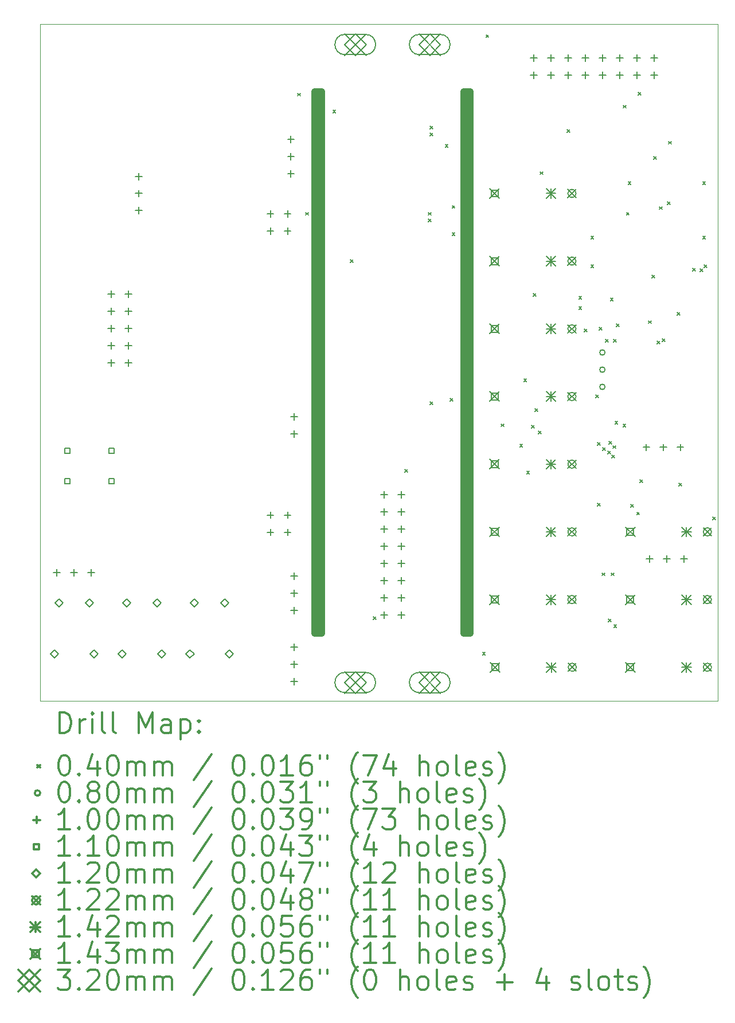
<source format=gbr>
%FSLAX45Y45*%
G04 Gerber Fmt 4.5, Leading zero omitted, Abs format (unit mm)*
G04 Created by KiCad (PCBNEW (5.1.9)-1) date 2021-04-28 19:37:26*
%MOMM*%
%LPD*%
G01*
G04 APERTURE LIST*
%TA.AperFunction,Profile*%
%ADD10C,1.000000*%
%TD*%
%TA.AperFunction,Profile*%
%ADD11C,0.050000*%
%TD*%
%ADD12C,0.200000*%
%ADD13C,0.300000*%
G04 APERTURE END LIST*
D10*
X11250000Y-6000000D02*
X11250000Y-14000000D01*
X11350000Y-6000000D02*
X11350000Y-14000000D01*
X11250000Y-14000000D02*
X11350000Y-14000000D01*
X11250000Y-6000000D02*
X11350000Y-6000000D01*
X9050000Y-6000000D02*
X9150000Y-6000000D01*
X9050000Y-14000000D02*
X9150000Y-14000000D01*
X9150000Y-6000000D02*
X9150000Y-14000000D01*
X9050000Y-6000000D02*
X9050000Y-14000000D01*
D11*
X5000000Y-15000000D02*
X5000000Y-5000000D01*
X15000000Y-15000000D02*
X5000000Y-15000000D01*
X15000000Y-5000000D02*
X15000000Y-15000000D01*
X5000000Y-5000000D02*
X15000000Y-5000000D01*
D12*
X8800000Y-6020000D02*
X8840000Y-6060000D01*
X8840000Y-6020000D02*
X8800000Y-6060000D01*
X8920000Y-7780000D02*
X8960000Y-7820000D01*
X8960000Y-7780000D02*
X8920000Y-7820000D01*
X9320000Y-6270000D02*
X9360000Y-6310000D01*
X9360000Y-6270000D02*
X9320000Y-6310000D01*
X9580000Y-8480000D02*
X9620000Y-8520000D01*
X9620000Y-8480000D02*
X9580000Y-8520000D01*
X9917159Y-13753000D02*
X9957159Y-13793000D01*
X9957159Y-13753000D02*
X9917159Y-13793000D01*
X10380000Y-11580000D02*
X10420000Y-11620000D01*
X10420000Y-11580000D02*
X10380000Y-11620000D01*
X10730000Y-7779998D02*
X10770000Y-7819998D01*
X10770000Y-7779998D02*
X10730000Y-7819998D01*
X10730000Y-7880000D02*
X10770000Y-7920000D01*
X10770000Y-7880000D02*
X10730000Y-7920000D01*
X10755000Y-6505000D02*
X10795000Y-6545000D01*
X10795000Y-6505000D02*
X10755000Y-6545000D01*
X10755000Y-6605000D02*
X10795000Y-6645000D01*
X10795000Y-6605000D02*
X10755000Y-6645000D01*
X10755000Y-10580000D02*
X10795000Y-10620000D01*
X10795000Y-10580000D02*
X10755000Y-10620000D01*
X10980000Y-6780000D02*
X11020000Y-6820000D01*
X11020000Y-6780000D02*
X10980000Y-6820000D01*
X11050002Y-10528093D02*
X11090002Y-10568093D01*
X11090002Y-10528093D02*
X11050002Y-10568093D01*
X11080000Y-7680000D02*
X11120000Y-7720000D01*
X11120000Y-7680000D02*
X11080000Y-7720000D01*
X11080000Y-8080000D02*
X11120000Y-8120000D01*
X11120000Y-8080000D02*
X11080000Y-8120000D01*
X11530000Y-14280000D02*
X11570000Y-14320000D01*
X11570000Y-14280000D02*
X11530000Y-14320000D01*
X11580000Y-5155000D02*
X11620000Y-5195000D01*
X11620000Y-5155000D02*
X11580000Y-5195000D01*
X11805000Y-10905000D02*
X11845000Y-10945000D01*
X11845000Y-10905000D02*
X11805000Y-10945000D01*
X12079503Y-11205497D02*
X12119503Y-11245497D01*
X12119503Y-11205497D02*
X12079503Y-11245497D01*
X12140001Y-10240001D02*
X12180001Y-10280001D01*
X12180001Y-10240001D02*
X12140001Y-10280001D01*
X12182500Y-11602500D02*
X12222500Y-11642500D01*
X12222500Y-11602500D02*
X12182500Y-11642500D01*
X12251841Y-10926841D02*
X12291841Y-10966841D01*
X12291841Y-10926841D02*
X12251841Y-10966841D01*
X12280000Y-8980000D02*
X12320000Y-9020000D01*
X12320000Y-8980000D02*
X12280000Y-9020000D01*
X12305000Y-10680000D02*
X12345000Y-10720000D01*
X12345000Y-10680000D02*
X12305000Y-10720000D01*
X12355000Y-11012500D02*
X12395000Y-11052500D01*
X12395000Y-11012500D02*
X12355000Y-11052500D01*
X12380000Y-7180000D02*
X12420000Y-7220000D01*
X12420000Y-7180000D02*
X12380000Y-7220000D01*
X12780000Y-6557500D02*
X12820000Y-6597500D01*
X12820000Y-6557500D02*
X12780000Y-6597500D01*
X12952499Y-9022500D02*
X12992499Y-9062500D01*
X12992499Y-9022500D02*
X12952499Y-9062500D01*
X12952499Y-9171036D02*
X12992499Y-9211036D01*
X12992499Y-9171036D02*
X12952499Y-9211036D01*
X13030000Y-9505000D02*
X13070000Y-9545000D01*
X13070000Y-9505000D02*
X13030000Y-9545000D01*
X13130000Y-8130000D02*
X13170000Y-8170000D01*
X13170000Y-8130000D02*
X13130000Y-8170000D01*
X13130000Y-8555000D02*
X13170000Y-8595000D01*
X13170000Y-8555000D02*
X13130000Y-8595000D01*
X13205000Y-10480000D02*
X13245000Y-10520000D01*
X13245000Y-10480000D02*
X13205000Y-10520000D01*
X13230000Y-11180000D02*
X13270000Y-11220000D01*
X13270000Y-11180000D02*
X13230000Y-11220000D01*
X13230000Y-12080000D02*
X13270000Y-12120000D01*
X13270000Y-12080000D02*
X13230000Y-12120000D01*
X13255000Y-9480000D02*
X13295000Y-9520000D01*
X13295000Y-9480000D02*
X13255000Y-9520000D01*
X13297500Y-13105000D02*
X13337500Y-13145000D01*
X13337500Y-13105000D02*
X13297500Y-13145000D01*
X13305000Y-11255000D02*
X13345000Y-11295000D01*
X13345000Y-11255000D02*
X13305000Y-11295000D01*
X13347500Y-9655000D02*
X13387500Y-9695000D01*
X13387500Y-9655000D02*
X13347500Y-9695000D01*
X13376841Y-11308159D02*
X13416841Y-11348159D01*
X13416841Y-11308159D02*
X13376841Y-11348159D01*
X13388091Y-13788091D02*
X13428091Y-13828091D01*
X13428091Y-13788091D02*
X13388091Y-13828091D01*
X13395659Y-11164341D02*
X13435659Y-11204341D01*
X13435659Y-11164341D02*
X13395659Y-11204341D01*
X13419000Y-9043500D02*
X13459000Y-9083500D01*
X13459000Y-9043500D02*
X13419000Y-9083500D01*
X13430000Y-13105000D02*
X13470000Y-13145000D01*
X13470000Y-13105000D02*
X13430000Y-13145000D01*
X13436945Y-11368263D02*
X13476945Y-11408263D01*
X13476945Y-11368263D02*
X13436945Y-11408263D01*
X13458159Y-11226841D02*
X13498159Y-11266841D01*
X13498159Y-11226841D02*
X13458159Y-11266841D01*
X13462500Y-9655000D02*
X13502500Y-9695000D01*
X13502500Y-9655000D02*
X13462500Y-9695000D01*
X13469409Y-13869409D02*
X13509409Y-13909409D01*
X13509409Y-13869409D02*
X13469409Y-13909409D01*
X13484501Y-10869684D02*
X13524501Y-10909684D01*
X13524501Y-10869684D02*
X13484501Y-10909684D01*
X13505000Y-9430000D02*
X13545000Y-9470000D01*
X13545000Y-9430000D02*
X13505000Y-9470000D01*
X13605000Y-10910091D02*
X13645000Y-10950091D01*
X13645000Y-10910091D02*
X13605000Y-10950091D01*
X13606866Y-6197501D02*
X13646866Y-6237501D01*
X13646866Y-6197501D02*
X13606866Y-6237501D01*
X13655000Y-7780000D02*
X13695000Y-7820000D01*
X13695000Y-7780000D02*
X13655000Y-7820000D01*
X13680000Y-7330000D02*
X13720000Y-7370000D01*
X13720000Y-7330000D02*
X13680000Y-7370000D01*
X13718127Y-12093127D02*
X13758127Y-12133127D01*
X13758127Y-12093127D02*
X13718127Y-12133127D01*
X13808159Y-12208159D02*
X13848159Y-12248159D01*
X13848159Y-12208159D02*
X13808159Y-12248159D01*
X13830000Y-6005000D02*
X13870000Y-6045000D01*
X13870000Y-6005000D02*
X13830000Y-6045000D01*
X13855000Y-11730000D02*
X13895000Y-11770000D01*
X13895000Y-11730000D02*
X13855000Y-11770000D01*
X13980000Y-9380000D02*
X14020000Y-9420000D01*
X14020000Y-9380000D02*
X13980000Y-9420000D01*
X14030000Y-8705000D02*
X14070000Y-8745000D01*
X14070000Y-8705000D02*
X14030000Y-8745000D01*
X14055000Y-6955000D02*
X14095000Y-6995000D01*
X14095000Y-6955000D02*
X14055000Y-6995000D01*
X14105000Y-9680000D02*
X14145000Y-9720000D01*
X14145000Y-9680000D02*
X14105000Y-9720000D01*
X14144807Y-7696510D02*
X14184807Y-7736510D01*
X14184807Y-7696510D02*
X14144807Y-7736510D01*
X14187027Y-9647500D02*
X14227027Y-9687500D01*
X14227027Y-9647500D02*
X14187027Y-9687500D01*
X14260659Y-7624341D02*
X14300659Y-7664341D01*
X14300659Y-7624341D02*
X14260659Y-7664341D01*
X14280000Y-6730000D02*
X14320000Y-6770000D01*
X14320000Y-6730000D02*
X14280000Y-6770000D01*
X14405000Y-9255000D02*
X14445000Y-9295000D01*
X14445000Y-9255000D02*
X14405000Y-9295000D01*
X14430000Y-11780000D02*
X14470000Y-11820000D01*
X14470000Y-11780000D02*
X14430000Y-11820000D01*
X14630000Y-8605000D02*
X14670000Y-8645000D01*
X14670000Y-8605000D02*
X14630000Y-8645000D01*
X14744896Y-8615104D02*
X14784896Y-8655104D01*
X14784896Y-8615104D02*
X14744896Y-8655104D01*
X14780000Y-7330000D02*
X14820000Y-7370000D01*
X14820000Y-7330000D02*
X14780000Y-7370000D01*
X14780000Y-8130000D02*
X14820000Y-8170000D01*
X14820000Y-8130000D02*
X14780000Y-8170000D01*
X14805000Y-8555000D02*
X14845000Y-8595000D01*
X14845000Y-8555000D02*
X14805000Y-8595000D01*
X14927500Y-12280000D02*
X14967500Y-12320000D01*
X14967500Y-12280000D02*
X14927500Y-12320000D01*
X13340000Y-9850000D02*
G75*
G03*
X13340000Y-9850000I-40000J0D01*
G01*
X13340000Y-10104000D02*
G75*
G03*
X13340000Y-10104000I-40000J0D01*
G01*
X13340000Y-10358000D02*
G75*
G03*
X13340000Y-10358000I-40000J0D01*
G01*
X5242000Y-13050000D02*
X5242000Y-13150000D01*
X5192000Y-13100000D02*
X5292000Y-13100000D01*
X5496000Y-13050000D02*
X5496000Y-13150000D01*
X5446000Y-13100000D02*
X5546000Y-13100000D01*
X5750000Y-13050000D02*
X5750000Y-13150000D01*
X5700000Y-13100000D02*
X5800000Y-13100000D01*
X6046000Y-8934000D02*
X6046000Y-9034000D01*
X5996000Y-8984000D02*
X6096000Y-8984000D01*
X6046000Y-9188000D02*
X6046000Y-9288000D01*
X5996000Y-9238000D02*
X6096000Y-9238000D01*
X6046000Y-9442000D02*
X6046000Y-9542000D01*
X5996000Y-9492000D02*
X6096000Y-9492000D01*
X6046000Y-9696000D02*
X6046000Y-9796000D01*
X5996000Y-9746000D02*
X6096000Y-9746000D01*
X6046000Y-9950000D02*
X6046000Y-10050000D01*
X5996000Y-10000000D02*
X6096000Y-10000000D01*
X6300000Y-8934000D02*
X6300000Y-9034000D01*
X6250000Y-8984000D02*
X6350000Y-8984000D01*
X6300000Y-9188000D02*
X6300000Y-9288000D01*
X6250000Y-9238000D02*
X6350000Y-9238000D01*
X6300000Y-9442000D02*
X6300000Y-9542000D01*
X6250000Y-9492000D02*
X6350000Y-9492000D01*
X6300000Y-9696000D02*
X6300000Y-9796000D01*
X6250000Y-9746000D02*
X6350000Y-9746000D01*
X6300000Y-9950000D02*
X6300000Y-10050000D01*
X6250000Y-10000000D02*
X6350000Y-10000000D01*
X6450000Y-7200000D02*
X6450000Y-7300000D01*
X6400000Y-7250000D02*
X6500000Y-7250000D01*
X6450000Y-7450000D02*
X6450000Y-7550000D01*
X6400000Y-7500000D02*
X6500000Y-7500000D01*
X6450000Y-7700000D02*
X6450000Y-7800000D01*
X6400000Y-7750000D02*
X6500000Y-7750000D01*
X8396000Y-7750000D02*
X8396000Y-7850000D01*
X8346000Y-7800000D02*
X8446000Y-7800000D01*
X8396000Y-8004000D02*
X8396000Y-8104000D01*
X8346000Y-8054000D02*
X8446000Y-8054000D01*
X8396000Y-12200000D02*
X8396000Y-12300000D01*
X8346000Y-12250000D02*
X8446000Y-12250000D01*
X8396000Y-12454000D02*
X8396000Y-12554000D01*
X8346000Y-12504000D02*
X8446000Y-12504000D01*
X8650000Y-7750000D02*
X8650000Y-7850000D01*
X8600000Y-7800000D02*
X8700000Y-7800000D01*
X8650000Y-8004000D02*
X8650000Y-8104000D01*
X8600000Y-8054000D02*
X8700000Y-8054000D01*
X8650000Y-12200000D02*
X8650000Y-12300000D01*
X8600000Y-12250000D02*
X8700000Y-12250000D01*
X8650000Y-12454000D02*
X8650000Y-12554000D01*
X8600000Y-12504000D02*
X8700000Y-12504000D01*
X8700000Y-6650000D02*
X8700000Y-6750000D01*
X8650000Y-6700000D02*
X8750000Y-6700000D01*
X8700000Y-6904000D02*
X8700000Y-7004000D01*
X8650000Y-6954000D02*
X8750000Y-6954000D01*
X8700000Y-7158000D02*
X8700000Y-7258000D01*
X8650000Y-7208000D02*
X8750000Y-7208000D01*
X8750000Y-10750000D02*
X8750000Y-10850000D01*
X8700000Y-10800000D02*
X8800000Y-10800000D01*
X8750000Y-11004000D02*
X8750000Y-11104000D01*
X8700000Y-11054000D02*
X8800000Y-11054000D01*
X8750000Y-13100000D02*
X8750000Y-13200000D01*
X8700000Y-13150000D02*
X8800000Y-13150000D01*
X8750000Y-13354000D02*
X8750000Y-13454000D01*
X8700000Y-13404000D02*
X8800000Y-13404000D01*
X8750000Y-13608000D02*
X8750000Y-13708000D01*
X8700000Y-13658000D02*
X8800000Y-13658000D01*
X8750000Y-14150000D02*
X8750000Y-14250000D01*
X8700000Y-14200000D02*
X8800000Y-14200000D01*
X8750000Y-14404000D02*
X8750000Y-14504000D01*
X8700000Y-14454000D02*
X8800000Y-14454000D01*
X8750000Y-14658000D02*
X8750000Y-14758000D01*
X8700000Y-14708000D02*
X8800000Y-14708000D01*
X10075000Y-11900000D02*
X10075000Y-12000000D01*
X10025000Y-11950000D02*
X10125000Y-11950000D01*
X10075000Y-12154000D02*
X10075000Y-12254000D01*
X10025000Y-12204000D02*
X10125000Y-12204000D01*
X10075000Y-12408000D02*
X10075000Y-12508000D01*
X10025000Y-12458000D02*
X10125000Y-12458000D01*
X10075000Y-12662000D02*
X10075000Y-12762000D01*
X10025000Y-12712000D02*
X10125000Y-12712000D01*
X10075000Y-12916000D02*
X10075000Y-13016000D01*
X10025000Y-12966000D02*
X10125000Y-12966000D01*
X10075000Y-13170000D02*
X10075000Y-13270000D01*
X10025000Y-13220000D02*
X10125000Y-13220000D01*
X10075000Y-13424000D02*
X10075000Y-13524000D01*
X10025000Y-13474000D02*
X10125000Y-13474000D01*
X10075000Y-13678000D02*
X10075000Y-13778000D01*
X10025000Y-13728000D02*
X10125000Y-13728000D01*
X10329000Y-11900000D02*
X10329000Y-12000000D01*
X10279000Y-11950000D02*
X10379000Y-11950000D01*
X10329000Y-12154000D02*
X10329000Y-12254000D01*
X10279000Y-12204000D02*
X10379000Y-12204000D01*
X10329000Y-12408000D02*
X10329000Y-12508000D01*
X10279000Y-12458000D02*
X10379000Y-12458000D01*
X10329000Y-12662000D02*
X10329000Y-12762000D01*
X10279000Y-12712000D02*
X10379000Y-12712000D01*
X10329000Y-12916000D02*
X10329000Y-13016000D01*
X10279000Y-12966000D02*
X10379000Y-12966000D01*
X10329000Y-13170000D02*
X10329000Y-13270000D01*
X10279000Y-13220000D02*
X10379000Y-13220000D01*
X10329000Y-13424000D02*
X10329000Y-13524000D01*
X10279000Y-13474000D02*
X10379000Y-13474000D01*
X10329000Y-13678000D02*
X10329000Y-13778000D01*
X10279000Y-13728000D02*
X10379000Y-13728000D01*
X12284000Y-5450000D02*
X12284000Y-5550000D01*
X12234000Y-5500000D02*
X12334000Y-5500000D01*
X12284000Y-5704000D02*
X12284000Y-5804000D01*
X12234000Y-5754000D02*
X12334000Y-5754000D01*
X12538000Y-5450000D02*
X12538000Y-5550000D01*
X12488000Y-5500000D02*
X12588000Y-5500000D01*
X12538000Y-5704000D02*
X12538000Y-5804000D01*
X12488000Y-5754000D02*
X12588000Y-5754000D01*
X12792000Y-5450000D02*
X12792000Y-5550000D01*
X12742000Y-5500000D02*
X12842000Y-5500000D01*
X12792000Y-5704000D02*
X12792000Y-5804000D01*
X12742000Y-5754000D02*
X12842000Y-5754000D01*
X13046000Y-5450000D02*
X13046000Y-5550000D01*
X12996000Y-5500000D02*
X13096000Y-5500000D01*
X13046000Y-5704000D02*
X13046000Y-5804000D01*
X12996000Y-5754000D02*
X13096000Y-5754000D01*
X13300000Y-5450000D02*
X13300000Y-5550000D01*
X13250000Y-5500000D02*
X13350000Y-5500000D01*
X13300000Y-5704000D02*
X13300000Y-5804000D01*
X13250000Y-5754000D02*
X13350000Y-5754000D01*
X13554000Y-5450000D02*
X13554000Y-5550000D01*
X13504000Y-5500000D02*
X13604000Y-5500000D01*
X13554000Y-5704000D02*
X13554000Y-5804000D01*
X13504000Y-5754000D02*
X13604000Y-5754000D01*
X13808000Y-5450000D02*
X13808000Y-5550000D01*
X13758000Y-5500000D02*
X13858000Y-5500000D01*
X13808000Y-5704000D02*
X13808000Y-5804000D01*
X13758000Y-5754000D02*
X13858000Y-5754000D01*
X13950000Y-11200000D02*
X13950000Y-11300000D01*
X13900000Y-11250000D02*
X14000000Y-11250000D01*
X14000000Y-12850000D02*
X14000000Y-12950000D01*
X13950000Y-12900000D02*
X14050000Y-12900000D01*
X14062000Y-5450000D02*
X14062000Y-5550000D01*
X14012000Y-5500000D02*
X14112000Y-5500000D01*
X14062000Y-5704000D02*
X14062000Y-5804000D01*
X14012000Y-5754000D02*
X14112000Y-5754000D01*
X14200000Y-11200000D02*
X14200000Y-11300000D01*
X14150000Y-11250000D02*
X14250000Y-11250000D01*
X14254000Y-12850000D02*
X14254000Y-12950000D01*
X14204000Y-12900000D02*
X14304000Y-12900000D01*
X14450000Y-11200000D02*
X14450000Y-11300000D01*
X14400000Y-11250000D02*
X14500000Y-11250000D01*
X14508000Y-12850000D02*
X14508000Y-12950000D01*
X14458000Y-12900000D02*
X14558000Y-12900000D01*
X5438891Y-11338891D02*
X5438891Y-11261109D01*
X5361109Y-11261109D01*
X5361109Y-11338891D01*
X5438891Y-11338891D01*
X5438891Y-11788891D02*
X5438891Y-11711109D01*
X5361109Y-11711109D01*
X5361109Y-11788891D01*
X5438891Y-11788891D01*
X6088891Y-11338891D02*
X6088891Y-11261109D01*
X6011109Y-11261109D01*
X6011109Y-11338891D01*
X6088891Y-11338891D01*
X6088891Y-11788891D02*
X6088891Y-11711109D01*
X6011109Y-11711109D01*
X6011109Y-11788891D01*
X6088891Y-11788891D01*
X5210000Y-14360000D02*
X5270000Y-14300000D01*
X5210000Y-14240000D01*
X5150000Y-14300000D01*
X5210000Y-14360000D01*
X5275000Y-13610000D02*
X5335000Y-13550000D01*
X5275000Y-13490000D01*
X5215000Y-13550000D01*
X5275000Y-13610000D01*
X5725000Y-13610000D02*
X5785000Y-13550000D01*
X5725000Y-13490000D01*
X5665000Y-13550000D01*
X5725000Y-13610000D01*
X5790000Y-14360000D02*
X5850000Y-14300000D01*
X5790000Y-14240000D01*
X5730000Y-14300000D01*
X5790000Y-14360000D01*
X6210000Y-14360000D02*
X6270000Y-14300000D01*
X6210000Y-14240000D01*
X6150000Y-14300000D01*
X6210000Y-14360000D01*
X6275000Y-13610000D02*
X6335000Y-13550000D01*
X6275000Y-13490000D01*
X6215000Y-13550000D01*
X6275000Y-13610000D01*
X6725000Y-13610000D02*
X6785000Y-13550000D01*
X6725000Y-13490000D01*
X6665000Y-13550000D01*
X6725000Y-13610000D01*
X6790000Y-14360000D02*
X6850000Y-14300000D01*
X6790000Y-14240000D01*
X6730000Y-14300000D01*
X6790000Y-14360000D01*
X7210000Y-14360000D02*
X7270000Y-14300000D01*
X7210000Y-14240000D01*
X7150000Y-14300000D01*
X7210000Y-14360000D01*
X7275000Y-13610000D02*
X7335000Y-13550000D01*
X7275000Y-13490000D01*
X7215000Y-13550000D01*
X7275000Y-13610000D01*
X7725000Y-13610000D02*
X7785000Y-13550000D01*
X7725000Y-13490000D01*
X7665000Y-13550000D01*
X7725000Y-13610000D01*
X7790000Y-14360000D02*
X7850000Y-14300000D01*
X7790000Y-14240000D01*
X7730000Y-14300000D01*
X7790000Y-14360000D01*
X12789000Y-7439000D02*
X12911000Y-7561000D01*
X12911000Y-7439000D02*
X12789000Y-7561000D01*
X12911000Y-7500000D02*
G75*
G03*
X12911000Y-7500000I-61000J0D01*
G01*
X12789000Y-8439000D02*
X12911000Y-8561000D01*
X12911000Y-8439000D02*
X12789000Y-8561000D01*
X12911000Y-8500000D02*
G75*
G03*
X12911000Y-8500000I-61000J0D01*
G01*
X12789000Y-9439000D02*
X12911000Y-9561000D01*
X12911000Y-9439000D02*
X12789000Y-9561000D01*
X12911000Y-9500000D02*
G75*
G03*
X12911000Y-9500000I-61000J0D01*
G01*
X12789000Y-10439000D02*
X12911000Y-10561000D01*
X12911000Y-10439000D02*
X12789000Y-10561000D01*
X12911000Y-10500000D02*
G75*
G03*
X12911000Y-10500000I-61000J0D01*
G01*
X12789000Y-11439000D02*
X12911000Y-11561000D01*
X12911000Y-11439000D02*
X12789000Y-11561000D01*
X12911000Y-11500000D02*
G75*
G03*
X12911000Y-11500000I-61000J0D01*
G01*
X12789000Y-12439000D02*
X12911000Y-12561000D01*
X12911000Y-12439000D02*
X12789000Y-12561000D01*
X12911000Y-12500000D02*
G75*
G03*
X12911000Y-12500000I-61000J0D01*
G01*
X12789000Y-13439000D02*
X12911000Y-13561000D01*
X12911000Y-13439000D02*
X12789000Y-13561000D01*
X12911000Y-13500000D02*
G75*
G03*
X12911000Y-13500000I-61000J0D01*
G01*
X12794500Y-14439000D02*
X12916500Y-14561000D01*
X12916500Y-14439000D02*
X12794500Y-14561000D01*
X12916500Y-14500000D02*
G75*
G03*
X12916500Y-14500000I-61000J0D01*
G01*
X14789000Y-12439000D02*
X14911000Y-12561000D01*
X14911000Y-12439000D02*
X14789000Y-12561000D01*
X14911000Y-12500000D02*
G75*
G03*
X14911000Y-12500000I-61000J0D01*
G01*
X14789000Y-13439000D02*
X14911000Y-13561000D01*
X14911000Y-13439000D02*
X14789000Y-13561000D01*
X14911000Y-13500000D02*
G75*
G03*
X14911000Y-13500000I-61000J0D01*
G01*
X14789000Y-14439000D02*
X14911000Y-14561000D01*
X14911000Y-14439000D02*
X14789000Y-14561000D01*
X14911000Y-14500000D02*
G75*
G03*
X14911000Y-14500000I-61000J0D01*
G01*
X12469000Y-7429000D02*
X12611000Y-7571000D01*
X12611000Y-7429000D02*
X12469000Y-7571000D01*
X12540000Y-7429000D02*
X12540000Y-7571000D01*
X12469000Y-7500000D02*
X12611000Y-7500000D01*
X12469000Y-8429000D02*
X12611000Y-8571000D01*
X12611000Y-8429000D02*
X12469000Y-8571000D01*
X12540000Y-8429000D02*
X12540000Y-8571000D01*
X12469000Y-8500000D02*
X12611000Y-8500000D01*
X12469000Y-9429000D02*
X12611000Y-9571000D01*
X12611000Y-9429000D02*
X12469000Y-9571000D01*
X12540000Y-9429000D02*
X12540000Y-9571000D01*
X12469000Y-9500000D02*
X12611000Y-9500000D01*
X12469000Y-10429000D02*
X12611000Y-10571000D01*
X12611000Y-10429000D02*
X12469000Y-10571000D01*
X12540000Y-10429000D02*
X12540000Y-10571000D01*
X12469000Y-10500000D02*
X12611000Y-10500000D01*
X12469000Y-11429000D02*
X12611000Y-11571000D01*
X12611000Y-11429000D02*
X12469000Y-11571000D01*
X12540000Y-11429000D02*
X12540000Y-11571000D01*
X12469000Y-11500000D02*
X12611000Y-11500000D01*
X12469000Y-12429000D02*
X12611000Y-12571000D01*
X12611000Y-12429000D02*
X12469000Y-12571000D01*
X12540000Y-12429000D02*
X12540000Y-12571000D01*
X12469000Y-12500000D02*
X12611000Y-12500000D01*
X12469000Y-13429000D02*
X12611000Y-13571000D01*
X12611000Y-13429000D02*
X12469000Y-13571000D01*
X12540000Y-13429000D02*
X12540000Y-13571000D01*
X12469000Y-13500000D02*
X12611000Y-13500000D01*
X12474500Y-14429000D02*
X12616500Y-14571000D01*
X12616500Y-14429000D02*
X12474500Y-14571000D01*
X12545500Y-14429000D02*
X12545500Y-14571000D01*
X12474500Y-14500000D02*
X12616500Y-14500000D01*
X14469000Y-12429000D02*
X14611000Y-12571000D01*
X14611000Y-12429000D02*
X14469000Y-12571000D01*
X14540000Y-12429000D02*
X14540000Y-12571000D01*
X14469000Y-12500000D02*
X14611000Y-12500000D01*
X14469000Y-13429000D02*
X14611000Y-13571000D01*
X14611000Y-13429000D02*
X14469000Y-13571000D01*
X14540000Y-13429000D02*
X14540000Y-13571000D01*
X14469000Y-13500000D02*
X14611000Y-13500000D01*
X14469000Y-14429000D02*
X14611000Y-14571000D01*
X14611000Y-14429000D02*
X14469000Y-14571000D01*
X14540000Y-14429000D02*
X14540000Y-14571000D01*
X14469000Y-14500000D02*
X14611000Y-14500000D01*
X11638500Y-7428500D02*
X11781500Y-7571500D01*
X11781500Y-7428500D02*
X11638500Y-7571500D01*
X11760559Y-7550559D02*
X11760559Y-7449441D01*
X11659441Y-7449441D01*
X11659441Y-7550559D01*
X11760559Y-7550559D01*
X11638500Y-8428500D02*
X11781500Y-8571500D01*
X11781500Y-8428500D02*
X11638500Y-8571500D01*
X11760559Y-8550559D02*
X11760559Y-8449441D01*
X11659441Y-8449441D01*
X11659441Y-8550559D01*
X11760559Y-8550559D01*
X11638500Y-9428500D02*
X11781500Y-9571500D01*
X11781500Y-9428500D02*
X11638500Y-9571500D01*
X11760559Y-9550559D02*
X11760559Y-9449441D01*
X11659441Y-9449441D01*
X11659441Y-9550559D01*
X11760559Y-9550559D01*
X11638500Y-10428500D02*
X11781500Y-10571500D01*
X11781500Y-10428500D02*
X11638500Y-10571500D01*
X11760559Y-10550559D02*
X11760559Y-10449441D01*
X11659441Y-10449441D01*
X11659441Y-10550559D01*
X11760559Y-10550559D01*
X11638500Y-11428500D02*
X11781500Y-11571500D01*
X11781500Y-11428500D02*
X11638500Y-11571500D01*
X11760559Y-11550559D02*
X11760559Y-11449441D01*
X11659441Y-11449441D01*
X11659441Y-11550559D01*
X11760559Y-11550559D01*
X11638500Y-12428500D02*
X11781500Y-12571500D01*
X11781500Y-12428500D02*
X11638500Y-12571500D01*
X11760559Y-12550559D02*
X11760559Y-12449441D01*
X11659441Y-12449441D01*
X11659441Y-12550559D01*
X11760559Y-12550559D01*
X11638500Y-13428500D02*
X11781500Y-13571500D01*
X11781500Y-13428500D02*
X11638500Y-13571500D01*
X11760559Y-13550559D02*
X11760559Y-13449441D01*
X11659441Y-13449441D01*
X11659441Y-13550559D01*
X11760559Y-13550559D01*
X11644000Y-14428500D02*
X11787000Y-14571500D01*
X11787000Y-14428500D02*
X11644000Y-14571500D01*
X11766058Y-14550559D02*
X11766058Y-14449441D01*
X11664941Y-14449441D01*
X11664941Y-14550559D01*
X11766058Y-14550559D01*
X13638500Y-12428500D02*
X13781500Y-12571500D01*
X13781500Y-12428500D02*
X13638500Y-12571500D01*
X13760559Y-12550559D02*
X13760559Y-12449441D01*
X13659441Y-12449441D01*
X13659441Y-12550559D01*
X13760559Y-12550559D01*
X13638500Y-13428500D02*
X13781500Y-13571500D01*
X13781500Y-13428500D02*
X13638500Y-13571500D01*
X13760559Y-13550559D02*
X13760559Y-13449441D01*
X13659441Y-13449441D01*
X13659441Y-13550559D01*
X13760559Y-13550559D01*
X13638500Y-14428500D02*
X13781500Y-14571500D01*
X13781500Y-14428500D02*
X13638500Y-14571500D01*
X13760559Y-14550559D02*
X13760559Y-14449441D01*
X13659441Y-14449441D01*
X13659441Y-14550559D01*
X13760559Y-14550559D01*
X9490000Y-5140000D02*
X9810000Y-5460000D01*
X9810000Y-5140000D02*
X9490000Y-5460000D01*
X9650000Y-5460000D02*
X9810000Y-5300000D01*
X9650000Y-5140000D01*
X9490000Y-5300000D01*
X9650000Y-5460000D01*
X9500000Y-5450000D02*
X9800000Y-5450000D01*
X9500000Y-5150000D02*
X9800000Y-5150000D01*
X9800000Y-5450000D02*
G75*
G03*
X9800000Y-5150000I0J150000D01*
G01*
X9500000Y-5150000D02*
G75*
G03*
X9500000Y-5450000I0J-150000D01*
G01*
X9490000Y-14565000D02*
X9810000Y-14885000D01*
X9810000Y-14565000D02*
X9490000Y-14885000D01*
X9650000Y-14885000D02*
X9810000Y-14725000D01*
X9650000Y-14565000D01*
X9490000Y-14725000D01*
X9650000Y-14885000D01*
X9500000Y-14875000D02*
X9800000Y-14875000D01*
X9500000Y-14575000D02*
X9800000Y-14575000D01*
X9800000Y-14875000D02*
G75*
G03*
X9800000Y-14575000I0J150000D01*
G01*
X9500000Y-14575000D02*
G75*
G03*
X9500000Y-14875000I0J-150000D01*
G01*
X10590000Y-5140000D02*
X10910000Y-5460000D01*
X10910000Y-5140000D02*
X10590000Y-5460000D01*
X10750000Y-5460000D02*
X10910000Y-5300000D01*
X10750000Y-5140000D01*
X10590000Y-5300000D01*
X10750000Y-5460000D01*
X10600000Y-5450000D02*
X10900000Y-5450000D01*
X10600000Y-5150000D02*
X10900000Y-5150000D01*
X10900000Y-5450000D02*
G75*
G03*
X10900000Y-5150000I0J150000D01*
G01*
X10600000Y-5150000D02*
G75*
G03*
X10600000Y-5450000I0J-150000D01*
G01*
X10590000Y-14565000D02*
X10910000Y-14885000D01*
X10910000Y-14565000D02*
X10590000Y-14885000D01*
X10750000Y-14885000D02*
X10910000Y-14725000D01*
X10750000Y-14565000D01*
X10590000Y-14725000D01*
X10750000Y-14885000D01*
X10600000Y-14875000D02*
X10900000Y-14875000D01*
X10600000Y-14575000D02*
X10900000Y-14575000D01*
X10900000Y-14875000D02*
G75*
G03*
X10900000Y-14575000I0J150000D01*
G01*
X10600000Y-14575000D02*
G75*
G03*
X10600000Y-14875000I0J-150000D01*
G01*
D13*
X5283928Y-15468214D02*
X5283928Y-15168214D01*
X5355357Y-15168214D01*
X5398214Y-15182500D01*
X5426786Y-15211071D01*
X5441071Y-15239643D01*
X5455357Y-15296786D01*
X5455357Y-15339643D01*
X5441071Y-15396786D01*
X5426786Y-15425357D01*
X5398214Y-15453929D01*
X5355357Y-15468214D01*
X5283928Y-15468214D01*
X5583928Y-15468214D02*
X5583928Y-15268214D01*
X5583928Y-15325357D02*
X5598214Y-15296786D01*
X5612500Y-15282500D01*
X5641071Y-15268214D01*
X5669643Y-15268214D01*
X5769643Y-15468214D02*
X5769643Y-15268214D01*
X5769643Y-15168214D02*
X5755357Y-15182500D01*
X5769643Y-15196786D01*
X5783928Y-15182500D01*
X5769643Y-15168214D01*
X5769643Y-15196786D01*
X5955357Y-15468214D02*
X5926786Y-15453929D01*
X5912500Y-15425357D01*
X5912500Y-15168214D01*
X6112500Y-15468214D02*
X6083928Y-15453929D01*
X6069643Y-15425357D01*
X6069643Y-15168214D01*
X6455357Y-15468214D02*
X6455357Y-15168214D01*
X6555357Y-15382500D01*
X6655357Y-15168214D01*
X6655357Y-15468214D01*
X6926786Y-15468214D02*
X6926786Y-15311071D01*
X6912500Y-15282500D01*
X6883928Y-15268214D01*
X6826786Y-15268214D01*
X6798214Y-15282500D01*
X6926786Y-15453929D02*
X6898214Y-15468214D01*
X6826786Y-15468214D01*
X6798214Y-15453929D01*
X6783928Y-15425357D01*
X6783928Y-15396786D01*
X6798214Y-15368214D01*
X6826786Y-15353929D01*
X6898214Y-15353929D01*
X6926786Y-15339643D01*
X7069643Y-15268214D02*
X7069643Y-15568214D01*
X7069643Y-15282500D02*
X7098214Y-15268214D01*
X7155357Y-15268214D01*
X7183928Y-15282500D01*
X7198214Y-15296786D01*
X7212500Y-15325357D01*
X7212500Y-15411071D01*
X7198214Y-15439643D01*
X7183928Y-15453929D01*
X7155357Y-15468214D01*
X7098214Y-15468214D01*
X7069643Y-15453929D01*
X7341071Y-15439643D02*
X7355357Y-15453929D01*
X7341071Y-15468214D01*
X7326786Y-15453929D01*
X7341071Y-15439643D01*
X7341071Y-15468214D01*
X7341071Y-15282500D02*
X7355357Y-15296786D01*
X7341071Y-15311071D01*
X7326786Y-15296786D01*
X7341071Y-15282500D01*
X7341071Y-15311071D01*
X4957500Y-15942500D02*
X4997500Y-15982500D01*
X4997500Y-15942500D02*
X4957500Y-15982500D01*
X5341071Y-15798214D02*
X5369643Y-15798214D01*
X5398214Y-15812500D01*
X5412500Y-15826786D01*
X5426786Y-15855357D01*
X5441071Y-15912500D01*
X5441071Y-15983929D01*
X5426786Y-16041071D01*
X5412500Y-16069643D01*
X5398214Y-16083929D01*
X5369643Y-16098214D01*
X5341071Y-16098214D01*
X5312500Y-16083929D01*
X5298214Y-16069643D01*
X5283928Y-16041071D01*
X5269643Y-15983929D01*
X5269643Y-15912500D01*
X5283928Y-15855357D01*
X5298214Y-15826786D01*
X5312500Y-15812500D01*
X5341071Y-15798214D01*
X5569643Y-16069643D02*
X5583928Y-16083929D01*
X5569643Y-16098214D01*
X5555357Y-16083929D01*
X5569643Y-16069643D01*
X5569643Y-16098214D01*
X5841071Y-15898214D02*
X5841071Y-16098214D01*
X5769643Y-15783929D02*
X5698214Y-15998214D01*
X5883928Y-15998214D01*
X6055357Y-15798214D02*
X6083928Y-15798214D01*
X6112500Y-15812500D01*
X6126786Y-15826786D01*
X6141071Y-15855357D01*
X6155357Y-15912500D01*
X6155357Y-15983929D01*
X6141071Y-16041071D01*
X6126786Y-16069643D01*
X6112500Y-16083929D01*
X6083928Y-16098214D01*
X6055357Y-16098214D01*
X6026786Y-16083929D01*
X6012500Y-16069643D01*
X5998214Y-16041071D01*
X5983928Y-15983929D01*
X5983928Y-15912500D01*
X5998214Y-15855357D01*
X6012500Y-15826786D01*
X6026786Y-15812500D01*
X6055357Y-15798214D01*
X6283928Y-16098214D02*
X6283928Y-15898214D01*
X6283928Y-15926786D02*
X6298214Y-15912500D01*
X6326786Y-15898214D01*
X6369643Y-15898214D01*
X6398214Y-15912500D01*
X6412500Y-15941071D01*
X6412500Y-16098214D01*
X6412500Y-15941071D02*
X6426786Y-15912500D01*
X6455357Y-15898214D01*
X6498214Y-15898214D01*
X6526786Y-15912500D01*
X6541071Y-15941071D01*
X6541071Y-16098214D01*
X6683928Y-16098214D02*
X6683928Y-15898214D01*
X6683928Y-15926786D02*
X6698214Y-15912500D01*
X6726786Y-15898214D01*
X6769643Y-15898214D01*
X6798214Y-15912500D01*
X6812500Y-15941071D01*
X6812500Y-16098214D01*
X6812500Y-15941071D02*
X6826786Y-15912500D01*
X6855357Y-15898214D01*
X6898214Y-15898214D01*
X6926786Y-15912500D01*
X6941071Y-15941071D01*
X6941071Y-16098214D01*
X7526786Y-15783929D02*
X7269643Y-16169643D01*
X7912500Y-15798214D02*
X7941071Y-15798214D01*
X7969643Y-15812500D01*
X7983928Y-15826786D01*
X7998214Y-15855357D01*
X8012500Y-15912500D01*
X8012500Y-15983929D01*
X7998214Y-16041071D01*
X7983928Y-16069643D01*
X7969643Y-16083929D01*
X7941071Y-16098214D01*
X7912500Y-16098214D01*
X7883928Y-16083929D01*
X7869643Y-16069643D01*
X7855357Y-16041071D01*
X7841071Y-15983929D01*
X7841071Y-15912500D01*
X7855357Y-15855357D01*
X7869643Y-15826786D01*
X7883928Y-15812500D01*
X7912500Y-15798214D01*
X8141071Y-16069643D02*
X8155357Y-16083929D01*
X8141071Y-16098214D01*
X8126786Y-16083929D01*
X8141071Y-16069643D01*
X8141071Y-16098214D01*
X8341071Y-15798214D02*
X8369643Y-15798214D01*
X8398214Y-15812500D01*
X8412500Y-15826786D01*
X8426786Y-15855357D01*
X8441071Y-15912500D01*
X8441071Y-15983929D01*
X8426786Y-16041071D01*
X8412500Y-16069643D01*
X8398214Y-16083929D01*
X8369643Y-16098214D01*
X8341071Y-16098214D01*
X8312500Y-16083929D01*
X8298214Y-16069643D01*
X8283928Y-16041071D01*
X8269643Y-15983929D01*
X8269643Y-15912500D01*
X8283928Y-15855357D01*
X8298214Y-15826786D01*
X8312500Y-15812500D01*
X8341071Y-15798214D01*
X8726786Y-16098214D02*
X8555357Y-16098214D01*
X8641071Y-16098214D02*
X8641071Y-15798214D01*
X8612500Y-15841071D01*
X8583928Y-15869643D01*
X8555357Y-15883929D01*
X8983928Y-15798214D02*
X8926786Y-15798214D01*
X8898214Y-15812500D01*
X8883928Y-15826786D01*
X8855357Y-15869643D01*
X8841071Y-15926786D01*
X8841071Y-16041071D01*
X8855357Y-16069643D01*
X8869643Y-16083929D01*
X8898214Y-16098214D01*
X8955357Y-16098214D01*
X8983928Y-16083929D01*
X8998214Y-16069643D01*
X9012500Y-16041071D01*
X9012500Y-15969643D01*
X8998214Y-15941071D01*
X8983928Y-15926786D01*
X8955357Y-15912500D01*
X8898214Y-15912500D01*
X8869643Y-15926786D01*
X8855357Y-15941071D01*
X8841071Y-15969643D01*
X9126786Y-15798214D02*
X9126786Y-15855357D01*
X9241071Y-15798214D02*
X9241071Y-15855357D01*
X9683928Y-16212500D02*
X9669643Y-16198214D01*
X9641071Y-16155357D01*
X9626786Y-16126786D01*
X9612500Y-16083929D01*
X9598214Y-16012500D01*
X9598214Y-15955357D01*
X9612500Y-15883929D01*
X9626786Y-15841071D01*
X9641071Y-15812500D01*
X9669643Y-15769643D01*
X9683928Y-15755357D01*
X9769643Y-15798214D02*
X9969643Y-15798214D01*
X9841071Y-16098214D01*
X10212500Y-15898214D02*
X10212500Y-16098214D01*
X10141071Y-15783929D02*
X10069643Y-15998214D01*
X10255357Y-15998214D01*
X10598214Y-16098214D02*
X10598214Y-15798214D01*
X10726786Y-16098214D02*
X10726786Y-15941071D01*
X10712500Y-15912500D01*
X10683928Y-15898214D01*
X10641071Y-15898214D01*
X10612500Y-15912500D01*
X10598214Y-15926786D01*
X10912500Y-16098214D02*
X10883928Y-16083929D01*
X10869643Y-16069643D01*
X10855357Y-16041071D01*
X10855357Y-15955357D01*
X10869643Y-15926786D01*
X10883928Y-15912500D01*
X10912500Y-15898214D01*
X10955357Y-15898214D01*
X10983928Y-15912500D01*
X10998214Y-15926786D01*
X11012500Y-15955357D01*
X11012500Y-16041071D01*
X10998214Y-16069643D01*
X10983928Y-16083929D01*
X10955357Y-16098214D01*
X10912500Y-16098214D01*
X11183928Y-16098214D02*
X11155357Y-16083929D01*
X11141071Y-16055357D01*
X11141071Y-15798214D01*
X11412500Y-16083929D02*
X11383928Y-16098214D01*
X11326786Y-16098214D01*
X11298214Y-16083929D01*
X11283928Y-16055357D01*
X11283928Y-15941071D01*
X11298214Y-15912500D01*
X11326786Y-15898214D01*
X11383928Y-15898214D01*
X11412500Y-15912500D01*
X11426786Y-15941071D01*
X11426786Y-15969643D01*
X11283928Y-15998214D01*
X11541071Y-16083929D02*
X11569643Y-16098214D01*
X11626786Y-16098214D01*
X11655357Y-16083929D01*
X11669643Y-16055357D01*
X11669643Y-16041071D01*
X11655357Y-16012500D01*
X11626786Y-15998214D01*
X11583928Y-15998214D01*
X11555357Y-15983929D01*
X11541071Y-15955357D01*
X11541071Y-15941071D01*
X11555357Y-15912500D01*
X11583928Y-15898214D01*
X11626786Y-15898214D01*
X11655357Y-15912500D01*
X11769643Y-16212500D02*
X11783928Y-16198214D01*
X11812500Y-16155357D01*
X11826786Y-16126786D01*
X11841071Y-16083929D01*
X11855357Y-16012500D01*
X11855357Y-15955357D01*
X11841071Y-15883929D01*
X11826786Y-15841071D01*
X11812500Y-15812500D01*
X11783928Y-15769643D01*
X11769643Y-15755357D01*
X4997500Y-16358500D02*
G75*
G03*
X4997500Y-16358500I-40000J0D01*
G01*
X5341071Y-16194214D02*
X5369643Y-16194214D01*
X5398214Y-16208500D01*
X5412500Y-16222786D01*
X5426786Y-16251357D01*
X5441071Y-16308500D01*
X5441071Y-16379929D01*
X5426786Y-16437071D01*
X5412500Y-16465643D01*
X5398214Y-16479929D01*
X5369643Y-16494214D01*
X5341071Y-16494214D01*
X5312500Y-16479929D01*
X5298214Y-16465643D01*
X5283928Y-16437071D01*
X5269643Y-16379929D01*
X5269643Y-16308500D01*
X5283928Y-16251357D01*
X5298214Y-16222786D01*
X5312500Y-16208500D01*
X5341071Y-16194214D01*
X5569643Y-16465643D02*
X5583928Y-16479929D01*
X5569643Y-16494214D01*
X5555357Y-16479929D01*
X5569643Y-16465643D01*
X5569643Y-16494214D01*
X5755357Y-16322786D02*
X5726786Y-16308500D01*
X5712500Y-16294214D01*
X5698214Y-16265643D01*
X5698214Y-16251357D01*
X5712500Y-16222786D01*
X5726786Y-16208500D01*
X5755357Y-16194214D01*
X5812500Y-16194214D01*
X5841071Y-16208500D01*
X5855357Y-16222786D01*
X5869643Y-16251357D01*
X5869643Y-16265643D01*
X5855357Y-16294214D01*
X5841071Y-16308500D01*
X5812500Y-16322786D01*
X5755357Y-16322786D01*
X5726786Y-16337071D01*
X5712500Y-16351357D01*
X5698214Y-16379929D01*
X5698214Y-16437071D01*
X5712500Y-16465643D01*
X5726786Y-16479929D01*
X5755357Y-16494214D01*
X5812500Y-16494214D01*
X5841071Y-16479929D01*
X5855357Y-16465643D01*
X5869643Y-16437071D01*
X5869643Y-16379929D01*
X5855357Y-16351357D01*
X5841071Y-16337071D01*
X5812500Y-16322786D01*
X6055357Y-16194214D02*
X6083928Y-16194214D01*
X6112500Y-16208500D01*
X6126786Y-16222786D01*
X6141071Y-16251357D01*
X6155357Y-16308500D01*
X6155357Y-16379929D01*
X6141071Y-16437071D01*
X6126786Y-16465643D01*
X6112500Y-16479929D01*
X6083928Y-16494214D01*
X6055357Y-16494214D01*
X6026786Y-16479929D01*
X6012500Y-16465643D01*
X5998214Y-16437071D01*
X5983928Y-16379929D01*
X5983928Y-16308500D01*
X5998214Y-16251357D01*
X6012500Y-16222786D01*
X6026786Y-16208500D01*
X6055357Y-16194214D01*
X6283928Y-16494214D02*
X6283928Y-16294214D01*
X6283928Y-16322786D02*
X6298214Y-16308500D01*
X6326786Y-16294214D01*
X6369643Y-16294214D01*
X6398214Y-16308500D01*
X6412500Y-16337071D01*
X6412500Y-16494214D01*
X6412500Y-16337071D02*
X6426786Y-16308500D01*
X6455357Y-16294214D01*
X6498214Y-16294214D01*
X6526786Y-16308500D01*
X6541071Y-16337071D01*
X6541071Y-16494214D01*
X6683928Y-16494214D02*
X6683928Y-16294214D01*
X6683928Y-16322786D02*
X6698214Y-16308500D01*
X6726786Y-16294214D01*
X6769643Y-16294214D01*
X6798214Y-16308500D01*
X6812500Y-16337071D01*
X6812500Y-16494214D01*
X6812500Y-16337071D02*
X6826786Y-16308500D01*
X6855357Y-16294214D01*
X6898214Y-16294214D01*
X6926786Y-16308500D01*
X6941071Y-16337071D01*
X6941071Y-16494214D01*
X7526786Y-16179929D02*
X7269643Y-16565643D01*
X7912500Y-16194214D02*
X7941071Y-16194214D01*
X7969643Y-16208500D01*
X7983928Y-16222786D01*
X7998214Y-16251357D01*
X8012500Y-16308500D01*
X8012500Y-16379929D01*
X7998214Y-16437071D01*
X7983928Y-16465643D01*
X7969643Y-16479929D01*
X7941071Y-16494214D01*
X7912500Y-16494214D01*
X7883928Y-16479929D01*
X7869643Y-16465643D01*
X7855357Y-16437071D01*
X7841071Y-16379929D01*
X7841071Y-16308500D01*
X7855357Y-16251357D01*
X7869643Y-16222786D01*
X7883928Y-16208500D01*
X7912500Y-16194214D01*
X8141071Y-16465643D02*
X8155357Y-16479929D01*
X8141071Y-16494214D01*
X8126786Y-16479929D01*
X8141071Y-16465643D01*
X8141071Y-16494214D01*
X8341071Y-16194214D02*
X8369643Y-16194214D01*
X8398214Y-16208500D01*
X8412500Y-16222786D01*
X8426786Y-16251357D01*
X8441071Y-16308500D01*
X8441071Y-16379929D01*
X8426786Y-16437071D01*
X8412500Y-16465643D01*
X8398214Y-16479929D01*
X8369643Y-16494214D01*
X8341071Y-16494214D01*
X8312500Y-16479929D01*
X8298214Y-16465643D01*
X8283928Y-16437071D01*
X8269643Y-16379929D01*
X8269643Y-16308500D01*
X8283928Y-16251357D01*
X8298214Y-16222786D01*
X8312500Y-16208500D01*
X8341071Y-16194214D01*
X8541071Y-16194214D02*
X8726786Y-16194214D01*
X8626786Y-16308500D01*
X8669643Y-16308500D01*
X8698214Y-16322786D01*
X8712500Y-16337071D01*
X8726786Y-16365643D01*
X8726786Y-16437071D01*
X8712500Y-16465643D01*
X8698214Y-16479929D01*
X8669643Y-16494214D01*
X8583928Y-16494214D01*
X8555357Y-16479929D01*
X8541071Y-16465643D01*
X9012500Y-16494214D02*
X8841071Y-16494214D01*
X8926786Y-16494214D02*
X8926786Y-16194214D01*
X8898214Y-16237071D01*
X8869643Y-16265643D01*
X8841071Y-16279929D01*
X9126786Y-16194214D02*
X9126786Y-16251357D01*
X9241071Y-16194214D02*
X9241071Y-16251357D01*
X9683928Y-16608500D02*
X9669643Y-16594214D01*
X9641071Y-16551357D01*
X9626786Y-16522786D01*
X9612500Y-16479929D01*
X9598214Y-16408500D01*
X9598214Y-16351357D01*
X9612500Y-16279929D01*
X9626786Y-16237071D01*
X9641071Y-16208500D01*
X9669643Y-16165643D01*
X9683928Y-16151357D01*
X9769643Y-16194214D02*
X9955357Y-16194214D01*
X9855357Y-16308500D01*
X9898214Y-16308500D01*
X9926786Y-16322786D01*
X9941071Y-16337071D01*
X9955357Y-16365643D01*
X9955357Y-16437071D01*
X9941071Y-16465643D01*
X9926786Y-16479929D01*
X9898214Y-16494214D01*
X9812500Y-16494214D01*
X9783928Y-16479929D01*
X9769643Y-16465643D01*
X10312500Y-16494214D02*
X10312500Y-16194214D01*
X10441071Y-16494214D02*
X10441071Y-16337071D01*
X10426786Y-16308500D01*
X10398214Y-16294214D01*
X10355357Y-16294214D01*
X10326786Y-16308500D01*
X10312500Y-16322786D01*
X10626786Y-16494214D02*
X10598214Y-16479929D01*
X10583928Y-16465643D01*
X10569643Y-16437071D01*
X10569643Y-16351357D01*
X10583928Y-16322786D01*
X10598214Y-16308500D01*
X10626786Y-16294214D01*
X10669643Y-16294214D01*
X10698214Y-16308500D01*
X10712500Y-16322786D01*
X10726786Y-16351357D01*
X10726786Y-16437071D01*
X10712500Y-16465643D01*
X10698214Y-16479929D01*
X10669643Y-16494214D01*
X10626786Y-16494214D01*
X10898214Y-16494214D02*
X10869643Y-16479929D01*
X10855357Y-16451357D01*
X10855357Y-16194214D01*
X11126786Y-16479929D02*
X11098214Y-16494214D01*
X11041071Y-16494214D01*
X11012500Y-16479929D01*
X10998214Y-16451357D01*
X10998214Y-16337071D01*
X11012500Y-16308500D01*
X11041071Y-16294214D01*
X11098214Y-16294214D01*
X11126786Y-16308500D01*
X11141071Y-16337071D01*
X11141071Y-16365643D01*
X10998214Y-16394214D01*
X11255357Y-16479929D02*
X11283928Y-16494214D01*
X11341071Y-16494214D01*
X11369643Y-16479929D01*
X11383928Y-16451357D01*
X11383928Y-16437071D01*
X11369643Y-16408500D01*
X11341071Y-16394214D01*
X11298214Y-16394214D01*
X11269643Y-16379929D01*
X11255357Y-16351357D01*
X11255357Y-16337071D01*
X11269643Y-16308500D01*
X11298214Y-16294214D01*
X11341071Y-16294214D01*
X11369643Y-16308500D01*
X11483928Y-16608500D02*
X11498214Y-16594214D01*
X11526786Y-16551357D01*
X11541071Y-16522786D01*
X11555357Y-16479929D01*
X11569643Y-16408500D01*
X11569643Y-16351357D01*
X11555357Y-16279929D01*
X11541071Y-16237071D01*
X11526786Y-16208500D01*
X11498214Y-16165643D01*
X11483928Y-16151357D01*
X4947500Y-16704500D02*
X4947500Y-16804500D01*
X4897500Y-16754500D02*
X4997500Y-16754500D01*
X5441071Y-16890214D02*
X5269643Y-16890214D01*
X5355357Y-16890214D02*
X5355357Y-16590214D01*
X5326786Y-16633071D01*
X5298214Y-16661643D01*
X5269643Y-16675929D01*
X5569643Y-16861643D02*
X5583928Y-16875929D01*
X5569643Y-16890214D01*
X5555357Y-16875929D01*
X5569643Y-16861643D01*
X5569643Y-16890214D01*
X5769643Y-16590214D02*
X5798214Y-16590214D01*
X5826786Y-16604500D01*
X5841071Y-16618786D01*
X5855357Y-16647357D01*
X5869643Y-16704500D01*
X5869643Y-16775929D01*
X5855357Y-16833072D01*
X5841071Y-16861643D01*
X5826786Y-16875929D01*
X5798214Y-16890214D01*
X5769643Y-16890214D01*
X5741071Y-16875929D01*
X5726786Y-16861643D01*
X5712500Y-16833072D01*
X5698214Y-16775929D01*
X5698214Y-16704500D01*
X5712500Y-16647357D01*
X5726786Y-16618786D01*
X5741071Y-16604500D01*
X5769643Y-16590214D01*
X6055357Y-16590214D02*
X6083928Y-16590214D01*
X6112500Y-16604500D01*
X6126786Y-16618786D01*
X6141071Y-16647357D01*
X6155357Y-16704500D01*
X6155357Y-16775929D01*
X6141071Y-16833072D01*
X6126786Y-16861643D01*
X6112500Y-16875929D01*
X6083928Y-16890214D01*
X6055357Y-16890214D01*
X6026786Y-16875929D01*
X6012500Y-16861643D01*
X5998214Y-16833072D01*
X5983928Y-16775929D01*
X5983928Y-16704500D01*
X5998214Y-16647357D01*
X6012500Y-16618786D01*
X6026786Y-16604500D01*
X6055357Y-16590214D01*
X6283928Y-16890214D02*
X6283928Y-16690214D01*
X6283928Y-16718786D02*
X6298214Y-16704500D01*
X6326786Y-16690214D01*
X6369643Y-16690214D01*
X6398214Y-16704500D01*
X6412500Y-16733071D01*
X6412500Y-16890214D01*
X6412500Y-16733071D02*
X6426786Y-16704500D01*
X6455357Y-16690214D01*
X6498214Y-16690214D01*
X6526786Y-16704500D01*
X6541071Y-16733071D01*
X6541071Y-16890214D01*
X6683928Y-16890214D02*
X6683928Y-16690214D01*
X6683928Y-16718786D02*
X6698214Y-16704500D01*
X6726786Y-16690214D01*
X6769643Y-16690214D01*
X6798214Y-16704500D01*
X6812500Y-16733071D01*
X6812500Y-16890214D01*
X6812500Y-16733071D02*
X6826786Y-16704500D01*
X6855357Y-16690214D01*
X6898214Y-16690214D01*
X6926786Y-16704500D01*
X6941071Y-16733071D01*
X6941071Y-16890214D01*
X7526786Y-16575929D02*
X7269643Y-16961643D01*
X7912500Y-16590214D02*
X7941071Y-16590214D01*
X7969643Y-16604500D01*
X7983928Y-16618786D01*
X7998214Y-16647357D01*
X8012500Y-16704500D01*
X8012500Y-16775929D01*
X7998214Y-16833072D01*
X7983928Y-16861643D01*
X7969643Y-16875929D01*
X7941071Y-16890214D01*
X7912500Y-16890214D01*
X7883928Y-16875929D01*
X7869643Y-16861643D01*
X7855357Y-16833072D01*
X7841071Y-16775929D01*
X7841071Y-16704500D01*
X7855357Y-16647357D01*
X7869643Y-16618786D01*
X7883928Y-16604500D01*
X7912500Y-16590214D01*
X8141071Y-16861643D02*
X8155357Y-16875929D01*
X8141071Y-16890214D01*
X8126786Y-16875929D01*
X8141071Y-16861643D01*
X8141071Y-16890214D01*
X8341071Y-16590214D02*
X8369643Y-16590214D01*
X8398214Y-16604500D01*
X8412500Y-16618786D01*
X8426786Y-16647357D01*
X8441071Y-16704500D01*
X8441071Y-16775929D01*
X8426786Y-16833072D01*
X8412500Y-16861643D01*
X8398214Y-16875929D01*
X8369643Y-16890214D01*
X8341071Y-16890214D01*
X8312500Y-16875929D01*
X8298214Y-16861643D01*
X8283928Y-16833072D01*
X8269643Y-16775929D01*
X8269643Y-16704500D01*
X8283928Y-16647357D01*
X8298214Y-16618786D01*
X8312500Y-16604500D01*
X8341071Y-16590214D01*
X8541071Y-16590214D02*
X8726786Y-16590214D01*
X8626786Y-16704500D01*
X8669643Y-16704500D01*
X8698214Y-16718786D01*
X8712500Y-16733071D01*
X8726786Y-16761643D01*
X8726786Y-16833072D01*
X8712500Y-16861643D01*
X8698214Y-16875929D01*
X8669643Y-16890214D01*
X8583928Y-16890214D01*
X8555357Y-16875929D01*
X8541071Y-16861643D01*
X8869643Y-16890214D02*
X8926786Y-16890214D01*
X8955357Y-16875929D01*
X8969643Y-16861643D01*
X8998214Y-16818786D01*
X9012500Y-16761643D01*
X9012500Y-16647357D01*
X8998214Y-16618786D01*
X8983928Y-16604500D01*
X8955357Y-16590214D01*
X8898214Y-16590214D01*
X8869643Y-16604500D01*
X8855357Y-16618786D01*
X8841071Y-16647357D01*
X8841071Y-16718786D01*
X8855357Y-16747357D01*
X8869643Y-16761643D01*
X8898214Y-16775929D01*
X8955357Y-16775929D01*
X8983928Y-16761643D01*
X8998214Y-16747357D01*
X9012500Y-16718786D01*
X9126786Y-16590214D02*
X9126786Y-16647357D01*
X9241071Y-16590214D02*
X9241071Y-16647357D01*
X9683928Y-17004500D02*
X9669643Y-16990214D01*
X9641071Y-16947357D01*
X9626786Y-16918786D01*
X9612500Y-16875929D01*
X9598214Y-16804500D01*
X9598214Y-16747357D01*
X9612500Y-16675929D01*
X9626786Y-16633071D01*
X9641071Y-16604500D01*
X9669643Y-16561643D01*
X9683928Y-16547357D01*
X9769643Y-16590214D02*
X9969643Y-16590214D01*
X9841071Y-16890214D01*
X10055357Y-16590214D02*
X10241071Y-16590214D01*
X10141071Y-16704500D01*
X10183928Y-16704500D01*
X10212500Y-16718786D01*
X10226786Y-16733071D01*
X10241071Y-16761643D01*
X10241071Y-16833072D01*
X10226786Y-16861643D01*
X10212500Y-16875929D01*
X10183928Y-16890214D01*
X10098214Y-16890214D01*
X10069643Y-16875929D01*
X10055357Y-16861643D01*
X10598214Y-16890214D02*
X10598214Y-16590214D01*
X10726786Y-16890214D02*
X10726786Y-16733071D01*
X10712500Y-16704500D01*
X10683928Y-16690214D01*
X10641071Y-16690214D01*
X10612500Y-16704500D01*
X10598214Y-16718786D01*
X10912500Y-16890214D02*
X10883928Y-16875929D01*
X10869643Y-16861643D01*
X10855357Y-16833072D01*
X10855357Y-16747357D01*
X10869643Y-16718786D01*
X10883928Y-16704500D01*
X10912500Y-16690214D01*
X10955357Y-16690214D01*
X10983928Y-16704500D01*
X10998214Y-16718786D01*
X11012500Y-16747357D01*
X11012500Y-16833072D01*
X10998214Y-16861643D01*
X10983928Y-16875929D01*
X10955357Y-16890214D01*
X10912500Y-16890214D01*
X11183928Y-16890214D02*
X11155357Y-16875929D01*
X11141071Y-16847357D01*
X11141071Y-16590214D01*
X11412500Y-16875929D02*
X11383928Y-16890214D01*
X11326786Y-16890214D01*
X11298214Y-16875929D01*
X11283928Y-16847357D01*
X11283928Y-16733071D01*
X11298214Y-16704500D01*
X11326786Y-16690214D01*
X11383928Y-16690214D01*
X11412500Y-16704500D01*
X11426786Y-16733071D01*
X11426786Y-16761643D01*
X11283928Y-16790214D01*
X11541071Y-16875929D02*
X11569643Y-16890214D01*
X11626786Y-16890214D01*
X11655357Y-16875929D01*
X11669643Y-16847357D01*
X11669643Y-16833072D01*
X11655357Y-16804500D01*
X11626786Y-16790214D01*
X11583928Y-16790214D01*
X11555357Y-16775929D01*
X11541071Y-16747357D01*
X11541071Y-16733071D01*
X11555357Y-16704500D01*
X11583928Y-16690214D01*
X11626786Y-16690214D01*
X11655357Y-16704500D01*
X11769643Y-17004500D02*
X11783928Y-16990214D01*
X11812500Y-16947357D01*
X11826786Y-16918786D01*
X11841071Y-16875929D01*
X11855357Y-16804500D01*
X11855357Y-16747357D01*
X11841071Y-16675929D01*
X11826786Y-16633071D01*
X11812500Y-16604500D01*
X11783928Y-16561643D01*
X11769643Y-16547357D01*
X4981391Y-17189391D02*
X4981391Y-17111609D01*
X4903609Y-17111609D01*
X4903609Y-17189391D01*
X4981391Y-17189391D01*
X5441071Y-17286214D02*
X5269643Y-17286214D01*
X5355357Y-17286214D02*
X5355357Y-16986214D01*
X5326786Y-17029072D01*
X5298214Y-17057643D01*
X5269643Y-17071929D01*
X5569643Y-17257643D02*
X5583928Y-17271929D01*
X5569643Y-17286214D01*
X5555357Y-17271929D01*
X5569643Y-17257643D01*
X5569643Y-17286214D01*
X5869643Y-17286214D02*
X5698214Y-17286214D01*
X5783928Y-17286214D02*
X5783928Y-16986214D01*
X5755357Y-17029072D01*
X5726786Y-17057643D01*
X5698214Y-17071929D01*
X6055357Y-16986214D02*
X6083928Y-16986214D01*
X6112500Y-17000500D01*
X6126786Y-17014786D01*
X6141071Y-17043357D01*
X6155357Y-17100500D01*
X6155357Y-17171929D01*
X6141071Y-17229072D01*
X6126786Y-17257643D01*
X6112500Y-17271929D01*
X6083928Y-17286214D01*
X6055357Y-17286214D01*
X6026786Y-17271929D01*
X6012500Y-17257643D01*
X5998214Y-17229072D01*
X5983928Y-17171929D01*
X5983928Y-17100500D01*
X5998214Y-17043357D01*
X6012500Y-17014786D01*
X6026786Y-17000500D01*
X6055357Y-16986214D01*
X6283928Y-17286214D02*
X6283928Y-17086214D01*
X6283928Y-17114786D02*
X6298214Y-17100500D01*
X6326786Y-17086214D01*
X6369643Y-17086214D01*
X6398214Y-17100500D01*
X6412500Y-17129072D01*
X6412500Y-17286214D01*
X6412500Y-17129072D02*
X6426786Y-17100500D01*
X6455357Y-17086214D01*
X6498214Y-17086214D01*
X6526786Y-17100500D01*
X6541071Y-17129072D01*
X6541071Y-17286214D01*
X6683928Y-17286214D02*
X6683928Y-17086214D01*
X6683928Y-17114786D02*
X6698214Y-17100500D01*
X6726786Y-17086214D01*
X6769643Y-17086214D01*
X6798214Y-17100500D01*
X6812500Y-17129072D01*
X6812500Y-17286214D01*
X6812500Y-17129072D02*
X6826786Y-17100500D01*
X6855357Y-17086214D01*
X6898214Y-17086214D01*
X6926786Y-17100500D01*
X6941071Y-17129072D01*
X6941071Y-17286214D01*
X7526786Y-16971929D02*
X7269643Y-17357643D01*
X7912500Y-16986214D02*
X7941071Y-16986214D01*
X7969643Y-17000500D01*
X7983928Y-17014786D01*
X7998214Y-17043357D01*
X8012500Y-17100500D01*
X8012500Y-17171929D01*
X7998214Y-17229072D01*
X7983928Y-17257643D01*
X7969643Y-17271929D01*
X7941071Y-17286214D01*
X7912500Y-17286214D01*
X7883928Y-17271929D01*
X7869643Y-17257643D01*
X7855357Y-17229072D01*
X7841071Y-17171929D01*
X7841071Y-17100500D01*
X7855357Y-17043357D01*
X7869643Y-17014786D01*
X7883928Y-17000500D01*
X7912500Y-16986214D01*
X8141071Y-17257643D02*
X8155357Y-17271929D01*
X8141071Y-17286214D01*
X8126786Y-17271929D01*
X8141071Y-17257643D01*
X8141071Y-17286214D01*
X8341071Y-16986214D02*
X8369643Y-16986214D01*
X8398214Y-17000500D01*
X8412500Y-17014786D01*
X8426786Y-17043357D01*
X8441071Y-17100500D01*
X8441071Y-17171929D01*
X8426786Y-17229072D01*
X8412500Y-17257643D01*
X8398214Y-17271929D01*
X8369643Y-17286214D01*
X8341071Y-17286214D01*
X8312500Y-17271929D01*
X8298214Y-17257643D01*
X8283928Y-17229072D01*
X8269643Y-17171929D01*
X8269643Y-17100500D01*
X8283928Y-17043357D01*
X8298214Y-17014786D01*
X8312500Y-17000500D01*
X8341071Y-16986214D01*
X8698214Y-17086214D02*
X8698214Y-17286214D01*
X8626786Y-16971929D02*
X8555357Y-17186214D01*
X8741071Y-17186214D01*
X8826786Y-16986214D02*
X9012500Y-16986214D01*
X8912500Y-17100500D01*
X8955357Y-17100500D01*
X8983928Y-17114786D01*
X8998214Y-17129072D01*
X9012500Y-17157643D01*
X9012500Y-17229072D01*
X8998214Y-17257643D01*
X8983928Y-17271929D01*
X8955357Y-17286214D01*
X8869643Y-17286214D01*
X8841071Y-17271929D01*
X8826786Y-17257643D01*
X9126786Y-16986214D02*
X9126786Y-17043357D01*
X9241071Y-16986214D02*
X9241071Y-17043357D01*
X9683928Y-17400500D02*
X9669643Y-17386214D01*
X9641071Y-17343357D01*
X9626786Y-17314786D01*
X9612500Y-17271929D01*
X9598214Y-17200500D01*
X9598214Y-17143357D01*
X9612500Y-17071929D01*
X9626786Y-17029072D01*
X9641071Y-17000500D01*
X9669643Y-16957643D01*
X9683928Y-16943357D01*
X9926786Y-17086214D02*
X9926786Y-17286214D01*
X9855357Y-16971929D02*
X9783928Y-17186214D01*
X9969643Y-17186214D01*
X10312500Y-17286214D02*
X10312500Y-16986214D01*
X10441071Y-17286214D02*
X10441071Y-17129072D01*
X10426786Y-17100500D01*
X10398214Y-17086214D01*
X10355357Y-17086214D01*
X10326786Y-17100500D01*
X10312500Y-17114786D01*
X10626786Y-17286214D02*
X10598214Y-17271929D01*
X10583928Y-17257643D01*
X10569643Y-17229072D01*
X10569643Y-17143357D01*
X10583928Y-17114786D01*
X10598214Y-17100500D01*
X10626786Y-17086214D01*
X10669643Y-17086214D01*
X10698214Y-17100500D01*
X10712500Y-17114786D01*
X10726786Y-17143357D01*
X10726786Y-17229072D01*
X10712500Y-17257643D01*
X10698214Y-17271929D01*
X10669643Y-17286214D01*
X10626786Y-17286214D01*
X10898214Y-17286214D02*
X10869643Y-17271929D01*
X10855357Y-17243357D01*
X10855357Y-16986214D01*
X11126786Y-17271929D02*
X11098214Y-17286214D01*
X11041071Y-17286214D01*
X11012500Y-17271929D01*
X10998214Y-17243357D01*
X10998214Y-17129072D01*
X11012500Y-17100500D01*
X11041071Y-17086214D01*
X11098214Y-17086214D01*
X11126786Y-17100500D01*
X11141071Y-17129072D01*
X11141071Y-17157643D01*
X10998214Y-17186214D01*
X11255357Y-17271929D02*
X11283928Y-17286214D01*
X11341071Y-17286214D01*
X11369643Y-17271929D01*
X11383928Y-17243357D01*
X11383928Y-17229072D01*
X11369643Y-17200500D01*
X11341071Y-17186214D01*
X11298214Y-17186214D01*
X11269643Y-17171929D01*
X11255357Y-17143357D01*
X11255357Y-17129072D01*
X11269643Y-17100500D01*
X11298214Y-17086214D01*
X11341071Y-17086214D01*
X11369643Y-17100500D01*
X11483928Y-17400500D02*
X11498214Y-17386214D01*
X11526786Y-17343357D01*
X11541071Y-17314786D01*
X11555357Y-17271929D01*
X11569643Y-17200500D01*
X11569643Y-17143357D01*
X11555357Y-17071929D01*
X11541071Y-17029072D01*
X11526786Y-17000500D01*
X11498214Y-16957643D01*
X11483928Y-16943357D01*
X4937500Y-17606500D02*
X4997500Y-17546500D01*
X4937500Y-17486500D01*
X4877500Y-17546500D01*
X4937500Y-17606500D01*
X5441071Y-17682214D02*
X5269643Y-17682214D01*
X5355357Y-17682214D02*
X5355357Y-17382214D01*
X5326786Y-17425072D01*
X5298214Y-17453643D01*
X5269643Y-17467929D01*
X5569643Y-17653643D02*
X5583928Y-17667929D01*
X5569643Y-17682214D01*
X5555357Y-17667929D01*
X5569643Y-17653643D01*
X5569643Y-17682214D01*
X5698214Y-17410786D02*
X5712500Y-17396500D01*
X5741071Y-17382214D01*
X5812500Y-17382214D01*
X5841071Y-17396500D01*
X5855357Y-17410786D01*
X5869643Y-17439357D01*
X5869643Y-17467929D01*
X5855357Y-17510786D01*
X5683928Y-17682214D01*
X5869643Y-17682214D01*
X6055357Y-17382214D02*
X6083928Y-17382214D01*
X6112500Y-17396500D01*
X6126786Y-17410786D01*
X6141071Y-17439357D01*
X6155357Y-17496500D01*
X6155357Y-17567929D01*
X6141071Y-17625072D01*
X6126786Y-17653643D01*
X6112500Y-17667929D01*
X6083928Y-17682214D01*
X6055357Y-17682214D01*
X6026786Y-17667929D01*
X6012500Y-17653643D01*
X5998214Y-17625072D01*
X5983928Y-17567929D01*
X5983928Y-17496500D01*
X5998214Y-17439357D01*
X6012500Y-17410786D01*
X6026786Y-17396500D01*
X6055357Y-17382214D01*
X6283928Y-17682214D02*
X6283928Y-17482214D01*
X6283928Y-17510786D02*
X6298214Y-17496500D01*
X6326786Y-17482214D01*
X6369643Y-17482214D01*
X6398214Y-17496500D01*
X6412500Y-17525072D01*
X6412500Y-17682214D01*
X6412500Y-17525072D02*
X6426786Y-17496500D01*
X6455357Y-17482214D01*
X6498214Y-17482214D01*
X6526786Y-17496500D01*
X6541071Y-17525072D01*
X6541071Y-17682214D01*
X6683928Y-17682214D02*
X6683928Y-17482214D01*
X6683928Y-17510786D02*
X6698214Y-17496500D01*
X6726786Y-17482214D01*
X6769643Y-17482214D01*
X6798214Y-17496500D01*
X6812500Y-17525072D01*
X6812500Y-17682214D01*
X6812500Y-17525072D02*
X6826786Y-17496500D01*
X6855357Y-17482214D01*
X6898214Y-17482214D01*
X6926786Y-17496500D01*
X6941071Y-17525072D01*
X6941071Y-17682214D01*
X7526786Y-17367929D02*
X7269643Y-17753643D01*
X7912500Y-17382214D02*
X7941071Y-17382214D01*
X7969643Y-17396500D01*
X7983928Y-17410786D01*
X7998214Y-17439357D01*
X8012500Y-17496500D01*
X8012500Y-17567929D01*
X7998214Y-17625072D01*
X7983928Y-17653643D01*
X7969643Y-17667929D01*
X7941071Y-17682214D01*
X7912500Y-17682214D01*
X7883928Y-17667929D01*
X7869643Y-17653643D01*
X7855357Y-17625072D01*
X7841071Y-17567929D01*
X7841071Y-17496500D01*
X7855357Y-17439357D01*
X7869643Y-17410786D01*
X7883928Y-17396500D01*
X7912500Y-17382214D01*
X8141071Y-17653643D02*
X8155357Y-17667929D01*
X8141071Y-17682214D01*
X8126786Y-17667929D01*
X8141071Y-17653643D01*
X8141071Y-17682214D01*
X8341071Y-17382214D02*
X8369643Y-17382214D01*
X8398214Y-17396500D01*
X8412500Y-17410786D01*
X8426786Y-17439357D01*
X8441071Y-17496500D01*
X8441071Y-17567929D01*
X8426786Y-17625072D01*
X8412500Y-17653643D01*
X8398214Y-17667929D01*
X8369643Y-17682214D01*
X8341071Y-17682214D01*
X8312500Y-17667929D01*
X8298214Y-17653643D01*
X8283928Y-17625072D01*
X8269643Y-17567929D01*
X8269643Y-17496500D01*
X8283928Y-17439357D01*
X8298214Y-17410786D01*
X8312500Y-17396500D01*
X8341071Y-17382214D01*
X8698214Y-17482214D02*
X8698214Y-17682214D01*
X8626786Y-17367929D02*
X8555357Y-17582214D01*
X8741071Y-17582214D01*
X8826786Y-17382214D02*
X9026786Y-17382214D01*
X8898214Y-17682214D01*
X9126786Y-17382214D02*
X9126786Y-17439357D01*
X9241071Y-17382214D02*
X9241071Y-17439357D01*
X9683928Y-17796500D02*
X9669643Y-17782214D01*
X9641071Y-17739357D01*
X9626786Y-17710786D01*
X9612500Y-17667929D01*
X9598214Y-17596500D01*
X9598214Y-17539357D01*
X9612500Y-17467929D01*
X9626786Y-17425072D01*
X9641071Y-17396500D01*
X9669643Y-17353643D01*
X9683928Y-17339357D01*
X9955357Y-17682214D02*
X9783928Y-17682214D01*
X9869643Y-17682214D02*
X9869643Y-17382214D01*
X9841071Y-17425072D01*
X9812500Y-17453643D01*
X9783928Y-17467929D01*
X10069643Y-17410786D02*
X10083928Y-17396500D01*
X10112500Y-17382214D01*
X10183928Y-17382214D01*
X10212500Y-17396500D01*
X10226786Y-17410786D01*
X10241071Y-17439357D01*
X10241071Y-17467929D01*
X10226786Y-17510786D01*
X10055357Y-17682214D01*
X10241071Y-17682214D01*
X10598214Y-17682214D02*
X10598214Y-17382214D01*
X10726786Y-17682214D02*
X10726786Y-17525072D01*
X10712500Y-17496500D01*
X10683928Y-17482214D01*
X10641071Y-17482214D01*
X10612500Y-17496500D01*
X10598214Y-17510786D01*
X10912500Y-17682214D02*
X10883928Y-17667929D01*
X10869643Y-17653643D01*
X10855357Y-17625072D01*
X10855357Y-17539357D01*
X10869643Y-17510786D01*
X10883928Y-17496500D01*
X10912500Y-17482214D01*
X10955357Y-17482214D01*
X10983928Y-17496500D01*
X10998214Y-17510786D01*
X11012500Y-17539357D01*
X11012500Y-17625072D01*
X10998214Y-17653643D01*
X10983928Y-17667929D01*
X10955357Y-17682214D01*
X10912500Y-17682214D01*
X11183928Y-17682214D02*
X11155357Y-17667929D01*
X11141071Y-17639357D01*
X11141071Y-17382214D01*
X11412500Y-17667929D02*
X11383928Y-17682214D01*
X11326786Y-17682214D01*
X11298214Y-17667929D01*
X11283928Y-17639357D01*
X11283928Y-17525072D01*
X11298214Y-17496500D01*
X11326786Y-17482214D01*
X11383928Y-17482214D01*
X11412500Y-17496500D01*
X11426786Y-17525072D01*
X11426786Y-17553643D01*
X11283928Y-17582214D01*
X11541071Y-17667929D02*
X11569643Y-17682214D01*
X11626786Y-17682214D01*
X11655357Y-17667929D01*
X11669643Y-17639357D01*
X11669643Y-17625072D01*
X11655357Y-17596500D01*
X11626786Y-17582214D01*
X11583928Y-17582214D01*
X11555357Y-17567929D01*
X11541071Y-17539357D01*
X11541071Y-17525072D01*
X11555357Y-17496500D01*
X11583928Y-17482214D01*
X11626786Y-17482214D01*
X11655357Y-17496500D01*
X11769643Y-17796500D02*
X11783928Y-17782214D01*
X11812500Y-17739357D01*
X11826786Y-17710786D01*
X11841071Y-17667929D01*
X11855357Y-17596500D01*
X11855357Y-17539357D01*
X11841071Y-17467929D01*
X11826786Y-17425072D01*
X11812500Y-17396500D01*
X11783928Y-17353643D01*
X11769643Y-17339357D01*
X4875500Y-17881500D02*
X4997500Y-18003500D01*
X4997500Y-17881500D02*
X4875500Y-18003500D01*
X4997500Y-17942500D02*
G75*
G03*
X4997500Y-17942500I-61000J0D01*
G01*
X5441071Y-18078214D02*
X5269643Y-18078214D01*
X5355357Y-18078214D02*
X5355357Y-17778214D01*
X5326786Y-17821072D01*
X5298214Y-17849643D01*
X5269643Y-17863929D01*
X5569643Y-18049643D02*
X5583928Y-18063929D01*
X5569643Y-18078214D01*
X5555357Y-18063929D01*
X5569643Y-18049643D01*
X5569643Y-18078214D01*
X5698214Y-17806786D02*
X5712500Y-17792500D01*
X5741071Y-17778214D01*
X5812500Y-17778214D01*
X5841071Y-17792500D01*
X5855357Y-17806786D01*
X5869643Y-17835357D01*
X5869643Y-17863929D01*
X5855357Y-17906786D01*
X5683928Y-18078214D01*
X5869643Y-18078214D01*
X5983928Y-17806786D02*
X5998214Y-17792500D01*
X6026786Y-17778214D01*
X6098214Y-17778214D01*
X6126786Y-17792500D01*
X6141071Y-17806786D01*
X6155357Y-17835357D01*
X6155357Y-17863929D01*
X6141071Y-17906786D01*
X5969643Y-18078214D01*
X6155357Y-18078214D01*
X6283928Y-18078214D02*
X6283928Y-17878214D01*
X6283928Y-17906786D02*
X6298214Y-17892500D01*
X6326786Y-17878214D01*
X6369643Y-17878214D01*
X6398214Y-17892500D01*
X6412500Y-17921072D01*
X6412500Y-18078214D01*
X6412500Y-17921072D02*
X6426786Y-17892500D01*
X6455357Y-17878214D01*
X6498214Y-17878214D01*
X6526786Y-17892500D01*
X6541071Y-17921072D01*
X6541071Y-18078214D01*
X6683928Y-18078214D02*
X6683928Y-17878214D01*
X6683928Y-17906786D02*
X6698214Y-17892500D01*
X6726786Y-17878214D01*
X6769643Y-17878214D01*
X6798214Y-17892500D01*
X6812500Y-17921072D01*
X6812500Y-18078214D01*
X6812500Y-17921072D02*
X6826786Y-17892500D01*
X6855357Y-17878214D01*
X6898214Y-17878214D01*
X6926786Y-17892500D01*
X6941071Y-17921072D01*
X6941071Y-18078214D01*
X7526786Y-17763929D02*
X7269643Y-18149643D01*
X7912500Y-17778214D02*
X7941071Y-17778214D01*
X7969643Y-17792500D01*
X7983928Y-17806786D01*
X7998214Y-17835357D01*
X8012500Y-17892500D01*
X8012500Y-17963929D01*
X7998214Y-18021072D01*
X7983928Y-18049643D01*
X7969643Y-18063929D01*
X7941071Y-18078214D01*
X7912500Y-18078214D01*
X7883928Y-18063929D01*
X7869643Y-18049643D01*
X7855357Y-18021072D01*
X7841071Y-17963929D01*
X7841071Y-17892500D01*
X7855357Y-17835357D01*
X7869643Y-17806786D01*
X7883928Y-17792500D01*
X7912500Y-17778214D01*
X8141071Y-18049643D02*
X8155357Y-18063929D01*
X8141071Y-18078214D01*
X8126786Y-18063929D01*
X8141071Y-18049643D01*
X8141071Y-18078214D01*
X8341071Y-17778214D02*
X8369643Y-17778214D01*
X8398214Y-17792500D01*
X8412500Y-17806786D01*
X8426786Y-17835357D01*
X8441071Y-17892500D01*
X8441071Y-17963929D01*
X8426786Y-18021072D01*
X8412500Y-18049643D01*
X8398214Y-18063929D01*
X8369643Y-18078214D01*
X8341071Y-18078214D01*
X8312500Y-18063929D01*
X8298214Y-18049643D01*
X8283928Y-18021072D01*
X8269643Y-17963929D01*
X8269643Y-17892500D01*
X8283928Y-17835357D01*
X8298214Y-17806786D01*
X8312500Y-17792500D01*
X8341071Y-17778214D01*
X8698214Y-17878214D02*
X8698214Y-18078214D01*
X8626786Y-17763929D02*
X8555357Y-17978214D01*
X8741071Y-17978214D01*
X8898214Y-17906786D02*
X8869643Y-17892500D01*
X8855357Y-17878214D01*
X8841071Y-17849643D01*
X8841071Y-17835357D01*
X8855357Y-17806786D01*
X8869643Y-17792500D01*
X8898214Y-17778214D01*
X8955357Y-17778214D01*
X8983928Y-17792500D01*
X8998214Y-17806786D01*
X9012500Y-17835357D01*
X9012500Y-17849643D01*
X8998214Y-17878214D01*
X8983928Y-17892500D01*
X8955357Y-17906786D01*
X8898214Y-17906786D01*
X8869643Y-17921072D01*
X8855357Y-17935357D01*
X8841071Y-17963929D01*
X8841071Y-18021072D01*
X8855357Y-18049643D01*
X8869643Y-18063929D01*
X8898214Y-18078214D01*
X8955357Y-18078214D01*
X8983928Y-18063929D01*
X8998214Y-18049643D01*
X9012500Y-18021072D01*
X9012500Y-17963929D01*
X8998214Y-17935357D01*
X8983928Y-17921072D01*
X8955357Y-17906786D01*
X9126786Y-17778214D02*
X9126786Y-17835357D01*
X9241071Y-17778214D02*
X9241071Y-17835357D01*
X9683928Y-18192500D02*
X9669643Y-18178214D01*
X9641071Y-18135357D01*
X9626786Y-18106786D01*
X9612500Y-18063929D01*
X9598214Y-17992500D01*
X9598214Y-17935357D01*
X9612500Y-17863929D01*
X9626786Y-17821072D01*
X9641071Y-17792500D01*
X9669643Y-17749643D01*
X9683928Y-17735357D01*
X9955357Y-18078214D02*
X9783928Y-18078214D01*
X9869643Y-18078214D02*
X9869643Y-17778214D01*
X9841071Y-17821072D01*
X9812500Y-17849643D01*
X9783928Y-17863929D01*
X10241071Y-18078214D02*
X10069643Y-18078214D01*
X10155357Y-18078214D02*
X10155357Y-17778214D01*
X10126786Y-17821072D01*
X10098214Y-17849643D01*
X10069643Y-17863929D01*
X10598214Y-18078214D02*
X10598214Y-17778214D01*
X10726786Y-18078214D02*
X10726786Y-17921072D01*
X10712500Y-17892500D01*
X10683928Y-17878214D01*
X10641071Y-17878214D01*
X10612500Y-17892500D01*
X10598214Y-17906786D01*
X10912500Y-18078214D02*
X10883928Y-18063929D01*
X10869643Y-18049643D01*
X10855357Y-18021072D01*
X10855357Y-17935357D01*
X10869643Y-17906786D01*
X10883928Y-17892500D01*
X10912500Y-17878214D01*
X10955357Y-17878214D01*
X10983928Y-17892500D01*
X10998214Y-17906786D01*
X11012500Y-17935357D01*
X11012500Y-18021072D01*
X10998214Y-18049643D01*
X10983928Y-18063929D01*
X10955357Y-18078214D01*
X10912500Y-18078214D01*
X11183928Y-18078214D02*
X11155357Y-18063929D01*
X11141071Y-18035357D01*
X11141071Y-17778214D01*
X11412500Y-18063929D02*
X11383928Y-18078214D01*
X11326786Y-18078214D01*
X11298214Y-18063929D01*
X11283928Y-18035357D01*
X11283928Y-17921072D01*
X11298214Y-17892500D01*
X11326786Y-17878214D01*
X11383928Y-17878214D01*
X11412500Y-17892500D01*
X11426786Y-17921072D01*
X11426786Y-17949643D01*
X11283928Y-17978214D01*
X11541071Y-18063929D02*
X11569643Y-18078214D01*
X11626786Y-18078214D01*
X11655357Y-18063929D01*
X11669643Y-18035357D01*
X11669643Y-18021072D01*
X11655357Y-17992500D01*
X11626786Y-17978214D01*
X11583928Y-17978214D01*
X11555357Y-17963929D01*
X11541071Y-17935357D01*
X11541071Y-17921072D01*
X11555357Y-17892500D01*
X11583928Y-17878214D01*
X11626786Y-17878214D01*
X11655357Y-17892500D01*
X11769643Y-18192500D02*
X11783928Y-18178214D01*
X11812500Y-18135357D01*
X11826786Y-18106786D01*
X11841071Y-18063929D01*
X11855357Y-17992500D01*
X11855357Y-17935357D01*
X11841071Y-17863929D01*
X11826786Y-17821072D01*
X11812500Y-17792500D01*
X11783928Y-17749643D01*
X11769643Y-17735357D01*
X4855500Y-18267500D02*
X4997500Y-18409500D01*
X4997500Y-18267500D02*
X4855500Y-18409500D01*
X4926500Y-18267500D02*
X4926500Y-18409500D01*
X4855500Y-18338500D02*
X4997500Y-18338500D01*
X5441071Y-18474214D02*
X5269643Y-18474214D01*
X5355357Y-18474214D02*
X5355357Y-18174214D01*
X5326786Y-18217072D01*
X5298214Y-18245643D01*
X5269643Y-18259929D01*
X5569643Y-18445643D02*
X5583928Y-18459929D01*
X5569643Y-18474214D01*
X5555357Y-18459929D01*
X5569643Y-18445643D01*
X5569643Y-18474214D01*
X5841071Y-18274214D02*
X5841071Y-18474214D01*
X5769643Y-18159929D02*
X5698214Y-18374214D01*
X5883928Y-18374214D01*
X5983928Y-18202786D02*
X5998214Y-18188500D01*
X6026786Y-18174214D01*
X6098214Y-18174214D01*
X6126786Y-18188500D01*
X6141071Y-18202786D01*
X6155357Y-18231357D01*
X6155357Y-18259929D01*
X6141071Y-18302786D01*
X5969643Y-18474214D01*
X6155357Y-18474214D01*
X6283928Y-18474214D02*
X6283928Y-18274214D01*
X6283928Y-18302786D02*
X6298214Y-18288500D01*
X6326786Y-18274214D01*
X6369643Y-18274214D01*
X6398214Y-18288500D01*
X6412500Y-18317072D01*
X6412500Y-18474214D01*
X6412500Y-18317072D02*
X6426786Y-18288500D01*
X6455357Y-18274214D01*
X6498214Y-18274214D01*
X6526786Y-18288500D01*
X6541071Y-18317072D01*
X6541071Y-18474214D01*
X6683928Y-18474214D02*
X6683928Y-18274214D01*
X6683928Y-18302786D02*
X6698214Y-18288500D01*
X6726786Y-18274214D01*
X6769643Y-18274214D01*
X6798214Y-18288500D01*
X6812500Y-18317072D01*
X6812500Y-18474214D01*
X6812500Y-18317072D02*
X6826786Y-18288500D01*
X6855357Y-18274214D01*
X6898214Y-18274214D01*
X6926786Y-18288500D01*
X6941071Y-18317072D01*
X6941071Y-18474214D01*
X7526786Y-18159929D02*
X7269643Y-18545643D01*
X7912500Y-18174214D02*
X7941071Y-18174214D01*
X7969643Y-18188500D01*
X7983928Y-18202786D01*
X7998214Y-18231357D01*
X8012500Y-18288500D01*
X8012500Y-18359929D01*
X7998214Y-18417072D01*
X7983928Y-18445643D01*
X7969643Y-18459929D01*
X7941071Y-18474214D01*
X7912500Y-18474214D01*
X7883928Y-18459929D01*
X7869643Y-18445643D01*
X7855357Y-18417072D01*
X7841071Y-18359929D01*
X7841071Y-18288500D01*
X7855357Y-18231357D01*
X7869643Y-18202786D01*
X7883928Y-18188500D01*
X7912500Y-18174214D01*
X8141071Y-18445643D02*
X8155357Y-18459929D01*
X8141071Y-18474214D01*
X8126786Y-18459929D01*
X8141071Y-18445643D01*
X8141071Y-18474214D01*
X8341071Y-18174214D02*
X8369643Y-18174214D01*
X8398214Y-18188500D01*
X8412500Y-18202786D01*
X8426786Y-18231357D01*
X8441071Y-18288500D01*
X8441071Y-18359929D01*
X8426786Y-18417072D01*
X8412500Y-18445643D01*
X8398214Y-18459929D01*
X8369643Y-18474214D01*
X8341071Y-18474214D01*
X8312500Y-18459929D01*
X8298214Y-18445643D01*
X8283928Y-18417072D01*
X8269643Y-18359929D01*
X8269643Y-18288500D01*
X8283928Y-18231357D01*
X8298214Y-18202786D01*
X8312500Y-18188500D01*
X8341071Y-18174214D01*
X8712500Y-18174214D02*
X8569643Y-18174214D01*
X8555357Y-18317072D01*
X8569643Y-18302786D01*
X8598214Y-18288500D01*
X8669643Y-18288500D01*
X8698214Y-18302786D01*
X8712500Y-18317072D01*
X8726786Y-18345643D01*
X8726786Y-18417072D01*
X8712500Y-18445643D01*
X8698214Y-18459929D01*
X8669643Y-18474214D01*
X8598214Y-18474214D01*
X8569643Y-18459929D01*
X8555357Y-18445643D01*
X8983928Y-18174214D02*
X8926786Y-18174214D01*
X8898214Y-18188500D01*
X8883928Y-18202786D01*
X8855357Y-18245643D01*
X8841071Y-18302786D01*
X8841071Y-18417072D01*
X8855357Y-18445643D01*
X8869643Y-18459929D01*
X8898214Y-18474214D01*
X8955357Y-18474214D01*
X8983928Y-18459929D01*
X8998214Y-18445643D01*
X9012500Y-18417072D01*
X9012500Y-18345643D01*
X8998214Y-18317072D01*
X8983928Y-18302786D01*
X8955357Y-18288500D01*
X8898214Y-18288500D01*
X8869643Y-18302786D01*
X8855357Y-18317072D01*
X8841071Y-18345643D01*
X9126786Y-18174214D02*
X9126786Y-18231357D01*
X9241071Y-18174214D02*
X9241071Y-18231357D01*
X9683928Y-18588500D02*
X9669643Y-18574214D01*
X9641071Y-18531357D01*
X9626786Y-18502786D01*
X9612500Y-18459929D01*
X9598214Y-18388500D01*
X9598214Y-18331357D01*
X9612500Y-18259929D01*
X9626786Y-18217072D01*
X9641071Y-18188500D01*
X9669643Y-18145643D01*
X9683928Y-18131357D01*
X9955357Y-18474214D02*
X9783928Y-18474214D01*
X9869643Y-18474214D02*
X9869643Y-18174214D01*
X9841071Y-18217072D01*
X9812500Y-18245643D01*
X9783928Y-18259929D01*
X10241071Y-18474214D02*
X10069643Y-18474214D01*
X10155357Y-18474214D02*
X10155357Y-18174214D01*
X10126786Y-18217072D01*
X10098214Y-18245643D01*
X10069643Y-18259929D01*
X10598214Y-18474214D02*
X10598214Y-18174214D01*
X10726786Y-18474214D02*
X10726786Y-18317072D01*
X10712500Y-18288500D01*
X10683928Y-18274214D01*
X10641071Y-18274214D01*
X10612500Y-18288500D01*
X10598214Y-18302786D01*
X10912500Y-18474214D02*
X10883928Y-18459929D01*
X10869643Y-18445643D01*
X10855357Y-18417072D01*
X10855357Y-18331357D01*
X10869643Y-18302786D01*
X10883928Y-18288500D01*
X10912500Y-18274214D01*
X10955357Y-18274214D01*
X10983928Y-18288500D01*
X10998214Y-18302786D01*
X11012500Y-18331357D01*
X11012500Y-18417072D01*
X10998214Y-18445643D01*
X10983928Y-18459929D01*
X10955357Y-18474214D01*
X10912500Y-18474214D01*
X11183928Y-18474214D02*
X11155357Y-18459929D01*
X11141071Y-18431357D01*
X11141071Y-18174214D01*
X11412500Y-18459929D02*
X11383928Y-18474214D01*
X11326786Y-18474214D01*
X11298214Y-18459929D01*
X11283928Y-18431357D01*
X11283928Y-18317072D01*
X11298214Y-18288500D01*
X11326786Y-18274214D01*
X11383928Y-18274214D01*
X11412500Y-18288500D01*
X11426786Y-18317072D01*
X11426786Y-18345643D01*
X11283928Y-18374214D01*
X11541071Y-18459929D02*
X11569643Y-18474214D01*
X11626786Y-18474214D01*
X11655357Y-18459929D01*
X11669643Y-18431357D01*
X11669643Y-18417072D01*
X11655357Y-18388500D01*
X11626786Y-18374214D01*
X11583928Y-18374214D01*
X11555357Y-18359929D01*
X11541071Y-18331357D01*
X11541071Y-18317072D01*
X11555357Y-18288500D01*
X11583928Y-18274214D01*
X11626786Y-18274214D01*
X11655357Y-18288500D01*
X11769643Y-18588500D02*
X11783928Y-18574214D01*
X11812500Y-18531357D01*
X11826786Y-18502786D01*
X11841071Y-18459929D01*
X11855357Y-18388500D01*
X11855357Y-18331357D01*
X11841071Y-18259929D01*
X11826786Y-18217072D01*
X11812500Y-18188500D01*
X11783928Y-18145643D01*
X11769643Y-18131357D01*
X4854500Y-18663000D02*
X4997500Y-18806000D01*
X4997500Y-18663000D02*
X4854500Y-18806000D01*
X4976559Y-18785059D02*
X4976559Y-18683942D01*
X4875441Y-18683942D01*
X4875441Y-18785059D01*
X4976559Y-18785059D01*
X5441071Y-18870214D02*
X5269643Y-18870214D01*
X5355357Y-18870214D02*
X5355357Y-18570214D01*
X5326786Y-18613072D01*
X5298214Y-18641643D01*
X5269643Y-18655929D01*
X5569643Y-18841643D02*
X5583928Y-18855929D01*
X5569643Y-18870214D01*
X5555357Y-18855929D01*
X5569643Y-18841643D01*
X5569643Y-18870214D01*
X5841071Y-18670214D02*
X5841071Y-18870214D01*
X5769643Y-18555929D02*
X5698214Y-18770214D01*
X5883928Y-18770214D01*
X5969643Y-18570214D02*
X6155357Y-18570214D01*
X6055357Y-18684500D01*
X6098214Y-18684500D01*
X6126786Y-18698786D01*
X6141071Y-18713072D01*
X6155357Y-18741643D01*
X6155357Y-18813072D01*
X6141071Y-18841643D01*
X6126786Y-18855929D01*
X6098214Y-18870214D01*
X6012500Y-18870214D01*
X5983928Y-18855929D01*
X5969643Y-18841643D01*
X6283928Y-18870214D02*
X6283928Y-18670214D01*
X6283928Y-18698786D02*
X6298214Y-18684500D01*
X6326786Y-18670214D01*
X6369643Y-18670214D01*
X6398214Y-18684500D01*
X6412500Y-18713072D01*
X6412500Y-18870214D01*
X6412500Y-18713072D02*
X6426786Y-18684500D01*
X6455357Y-18670214D01*
X6498214Y-18670214D01*
X6526786Y-18684500D01*
X6541071Y-18713072D01*
X6541071Y-18870214D01*
X6683928Y-18870214D02*
X6683928Y-18670214D01*
X6683928Y-18698786D02*
X6698214Y-18684500D01*
X6726786Y-18670214D01*
X6769643Y-18670214D01*
X6798214Y-18684500D01*
X6812500Y-18713072D01*
X6812500Y-18870214D01*
X6812500Y-18713072D02*
X6826786Y-18684500D01*
X6855357Y-18670214D01*
X6898214Y-18670214D01*
X6926786Y-18684500D01*
X6941071Y-18713072D01*
X6941071Y-18870214D01*
X7526786Y-18555929D02*
X7269643Y-18941643D01*
X7912500Y-18570214D02*
X7941071Y-18570214D01*
X7969643Y-18584500D01*
X7983928Y-18598786D01*
X7998214Y-18627357D01*
X8012500Y-18684500D01*
X8012500Y-18755929D01*
X7998214Y-18813072D01*
X7983928Y-18841643D01*
X7969643Y-18855929D01*
X7941071Y-18870214D01*
X7912500Y-18870214D01*
X7883928Y-18855929D01*
X7869643Y-18841643D01*
X7855357Y-18813072D01*
X7841071Y-18755929D01*
X7841071Y-18684500D01*
X7855357Y-18627357D01*
X7869643Y-18598786D01*
X7883928Y-18584500D01*
X7912500Y-18570214D01*
X8141071Y-18841643D02*
X8155357Y-18855929D01*
X8141071Y-18870214D01*
X8126786Y-18855929D01*
X8141071Y-18841643D01*
X8141071Y-18870214D01*
X8341071Y-18570214D02*
X8369643Y-18570214D01*
X8398214Y-18584500D01*
X8412500Y-18598786D01*
X8426786Y-18627357D01*
X8441071Y-18684500D01*
X8441071Y-18755929D01*
X8426786Y-18813072D01*
X8412500Y-18841643D01*
X8398214Y-18855929D01*
X8369643Y-18870214D01*
X8341071Y-18870214D01*
X8312500Y-18855929D01*
X8298214Y-18841643D01*
X8283928Y-18813072D01*
X8269643Y-18755929D01*
X8269643Y-18684500D01*
X8283928Y-18627357D01*
X8298214Y-18598786D01*
X8312500Y-18584500D01*
X8341071Y-18570214D01*
X8712500Y-18570214D02*
X8569643Y-18570214D01*
X8555357Y-18713072D01*
X8569643Y-18698786D01*
X8598214Y-18684500D01*
X8669643Y-18684500D01*
X8698214Y-18698786D01*
X8712500Y-18713072D01*
X8726786Y-18741643D01*
X8726786Y-18813072D01*
X8712500Y-18841643D01*
X8698214Y-18855929D01*
X8669643Y-18870214D01*
X8598214Y-18870214D01*
X8569643Y-18855929D01*
X8555357Y-18841643D01*
X8983928Y-18570214D02*
X8926786Y-18570214D01*
X8898214Y-18584500D01*
X8883928Y-18598786D01*
X8855357Y-18641643D01*
X8841071Y-18698786D01*
X8841071Y-18813072D01*
X8855357Y-18841643D01*
X8869643Y-18855929D01*
X8898214Y-18870214D01*
X8955357Y-18870214D01*
X8983928Y-18855929D01*
X8998214Y-18841643D01*
X9012500Y-18813072D01*
X9012500Y-18741643D01*
X8998214Y-18713072D01*
X8983928Y-18698786D01*
X8955357Y-18684500D01*
X8898214Y-18684500D01*
X8869643Y-18698786D01*
X8855357Y-18713072D01*
X8841071Y-18741643D01*
X9126786Y-18570214D02*
X9126786Y-18627357D01*
X9241071Y-18570214D02*
X9241071Y-18627357D01*
X9683928Y-18984500D02*
X9669643Y-18970214D01*
X9641071Y-18927357D01*
X9626786Y-18898786D01*
X9612500Y-18855929D01*
X9598214Y-18784500D01*
X9598214Y-18727357D01*
X9612500Y-18655929D01*
X9626786Y-18613072D01*
X9641071Y-18584500D01*
X9669643Y-18541643D01*
X9683928Y-18527357D01*
X9955357Y-18870214D02*
X9783928Y-18870214D01*
X9869643Y-18870214D02*
X9869643Y-18570214D01*
X9841071Y-18613072D01*
X9812500Y-18641643D01*
X9783928Y-18655929D01*
X10241071Y-18870214D02*
X10069643Y-18870214D01*
X10155357Y-18870214D02*
X10155357Y-18570214D01*
X10126786Y-18613072D01*
X10098214Y-18641643D01*
X10069643Y-18655929D01*
X10598214Y-18870214D02*
X10598214Y-18570214D01*
X10726786Y-18870214D02*
X10726786Y-18713072D01*
X10712500Y-18684500D01*
X10683928Y-18670214D01*
X10641071Y-18670214D01*
X10612500Y-18684500D01*
X10598214Y-18698786D01*
X10912500Y-18870214D02*
X10883928Y-18855929D01*
X10869643Y-18841643D01*
X10855357Y-18813072D01*
X10855357Y-18727357D01*
X10869643Y-18698786D01*
X10883928Y-18684500D01*
X10912500Y-18670214D01*
X10955357Y-18670214D01*
X10983928Y-18684500D01*
X10998214Y-18698786D01*
X11012500Y-18727357D01*
X11012500Y-18813072D01*
X10998214Y-18841643D01*
X10983928Y-18855929D01*
X10955357Y-18870214D01*
X10912500Y-18870214D01*
X11183928Y-18870214D02*
X11155357Y-18855929D01*
X11141071Y-18827357D01*
X11141071Y-18570214D01*
X11412500Y-18855929D02*
X11383928Y-18870214D01*
X11326786Y-18870214D01*
X11298214Y-18855929D01*
X11283928Y-18827357D01*
X11283928Y-18713072D01*
X11298214Y-18684500D01*
X11326786Y-18670214D01*
X11383928Y-18670214D01*
X11412500Y-18684500D01*
X11426786Y-18713072D01*
X11426786Y-18741643D01*
X11283928Y-18770214D01*
X11541071Y-18855929D02*
X11569643Y-18870214D01*
X11626786Y-18870214D01*
X11655357Y-18855929D01*
X11669643Y-18827357D01*
X11669643Y-18813072D01*
X11655357Y-18784500D01*
X11626786Y-18770214D01*
X11583928Y-18770214D01*
X11555357Y-18755929D01*
X11541071Y-18727357D01*
X11541071Y-18713072D01*
X11555357Y-18684500D01*
X11583928Y-18670214D01*
X11626786Y-18670214D01*
X11655357Y-18684500D01*
X11769643Y-18984500D02*
X11783928Y-18970214D01*
X11812500Y-18927357D01*
X11826786Y-18898786D01*
X11841071Y-18855929D01*
X11855357Y-18784500D01*
X11855357Y-18727357D01*
X11841071Y-18655929D01*
X11826786Y-18613072D01*
X11812500Y-18584500D01*
X11783928Y-18541643D01*
X11769643Y-18527357D01*
X4677500Y-18970500D02*
X4997500Y-19290500D01*
X4997500Y-18970500D02*
X4677500Y-19290500D01*
X4837500Y-19290500D02*
X4997500Y-19130500D01*
X4837500Y-18970500D01*
X4677500Y-19130500D01*
X4837500Y-19290500D01*
X5255357Y-18966214D02*
X5441071Y-18966214D01*
X5341071Y-19080500D01*
X5383928Y-19080500D01*
X5412500Y-19094786D01*
X5426786Y-19109072D01*
X5441071Y-19137643D01*
X5441071Y-19209072D01*
X5426786Y-19237643D01*
X5412500Y-19251929D01*
X5383928Y-19266214D01*
X5298214Y-19266214D01*
X5269643Y-19251929D01*
X5255357Y-19237643D01*
X5569643Y-19237643D02*
X5583928Y-19251929D01*
X5569643Y-19266214D01*
X5555357Y-19251929D01*
X5569643Y-19237643D01*
X5569643Y-19266214D01*
X5698214Y-18994786D02*
X5712500Y-18980500D01*
X5741071Y-18966214D01*
X5812500Y-18966214D01*
X5841071Y-18980500D01*
X5855357Y-18994786D01*
X5869643Y-19023357D01*
X5869643Y-19051929D01*
X5855357Y-19094786D01*
X5683928Y-19266214D01*
X5869643Y-19266214D01*
X6055357Y-18966214D02*
X6083928Y-18966214D01*
X6112500Y-18980500D01*
X6126786Y-18994786D01*
X6141071Y-19023357D01*
X6155357Y-19080500D01*
X6155357Y-19151929D01*
X6141071Y-19209072D01*
X6126786Y-19237643D01*
X6112500Y-19251929D01*
X6083928Y-19266214D01*
X6055357Y-19266214D01*
X6026786Y-19251929D01*
X6012500Y-19237643D01*
X5998214Y-19209072D01*
X5983928Y-19151929D01*
X5983928Y-19080500D01*
X5998214Y-19023357D01*
X6012500Y-18994786D01*
X6026786Y-18980500D01*
X6055357Y-18966214D01*
X6283928Y-19266214D02*
X6283928Y-19066214D01*
X6283928Y-19094786D02*
X6298214Y-19080500D01*
X6326786Y-19066214D01*
X6369643Y-19066214D01*
X6398214Y-19080500D01*
X6412500Y-19109072D01*
X6412500Y-19266214D01*
X6412500Y-19109072D02*
X6426786Y-19080500D01*
X6455357Y-19066214D01*
X6498214Y-19066214D01*
X6526786Y-19080500D01*
X6541071Y-19109072D01*
X6541071Y-19266214D01*
X6683928Y-19266214D02*
X6683928Y-19066214D01*
X6683928Y-19094786D02*
X6698214Y-19080500D01*
X6726786Y-19066214D01*
X6769643Y-19066214D01*
X6798214Y-19080500D01*
X6812500Y-19109072D01*
X6812500Y-19266214D01*
X6812500Y-19109072D02*
X6826786Y-19080500D01*
X6855357Y-19066214D01*
X6898214Y-19066214D01*
X6926786Y-19080500D01*
X6941071Y-19109072D01*
X6941071Y-19266214D01*
X7526786Y-18951929D02*
X7269643Y-19337643D01*
X7912500Y-18966214D02*
X7941071Y-18966214D01*
X7969643Y-18980500D01*
X7983928Y-18994786D01*
X7998214Y-19023357D01*
X8012500Y-19080500D01*
X8012500Y-19151929D01*
X7998214Y-19209072D01*
X7983928Y-19237643D01*
X7969643Y-19251929D01*
X7941071Y-19266214D01*
X7912500Y-19266214D01*
X7883928Y-19251929D01*
X7869643Y-19237643D01*
X7855357Y-19209072D01*
X7841071Y-19151929D01*
X7841071Y-19080500D01*
X7855357Y-19023357D01*
X7869643Y-18994786D01*
X7883928Y-18980500D01*
X7912500Y-18966214D01*
X8141071Y-19237643D02*
X8155357Y-19251929D01*
X8141071Y-19266214D01*
X8126786Y-19251929D01*
X8141071Y-19237643D01*
X8141071Y-19266214D01*
X8441071Y-19266214D02*
X8269643Y-19266214D01*
X8355357Y-19266214D02*
X8355357Y-18966214D01*
X8326786Y-19009072D01*
X8298214Y-19037643D01*
X8269643Y-19051929D01*
X8555357Y-18994786D02*
X8569643Y-18980500D01*
X8598214Y-18966214D01*
X8669643Y-18966214D01*
X8698214Y-18980500D01*
X8712500Y-18994786D01*
X8726786Y-19023357D01*
X8726786Y-19051929D01*
X8712500Y-19094786D01*
X8541071Y-19266214D01*
X8726786Y-19266214D01*
X8983928Y-18966214D02*
X8926786Y-18966214D01*
X8898214Y-18980500D01*
X8883928Y-18994786D01*
X8855357Y-19037643D01*
X8841071Y-19094786D01*
X8841071Y-19209072D01*
X8855357Y-19237643D01*
X8869643Y-19251929D01*
X8898214Y-19266214D01*
X8955357Y-19266214D01*
X8983928Y-19251929D01*
X8998214Y-19237643D01*
X9012500Y-19209072D01*
X9012500Y-19137643D01*
X8998214Y-19109072D01*
X8983928Y-19094786D01*
X8955357Y-19080500D01*
X8898214Y-19080500D01*
X8869643Y-19094786D01*
X8855357Y-19109072D01*
X8841071Y-19137643D01*
X9126786Y-18966214D02*
X9126786Y-19023357D01*
X9241071Y-18966214D02*
X9241071Y-19023357D01*
X9683928Y-19380500D02*
X9669643Y-19366214D01*
X9641071Y-19323357D01*
X9626786Y-19294786D01*
X9612500Y-19251929D01*
X9598214Y-19180500D01*
X9598214Y-19123357D01*
X9612500Y-19051929D01*
X9626786Y-19009072D01*
X9641071Y-18980500D01*
X9669643Y-18937643D01*
X9683928Y-18923357D01*
X9855357Y-18966214D02*
X9883928Y-18966214D01*
X9912500Y-18980500D01*
X9926786Y-18994786D01*
X9941071Y-19023357D01*
X9955357Y-19080500D01*
X9955357Y-19151929D01*
X9941071Y-19209072D01*
X9926786Y-19237643D01*
X9912500Y-19251929D01*
X9883928Y-19266214D01*
X9855357Y-19266214D01*
X9826786Y-19251929D01*
X9812500Y-19237643D01*
X9798214Y-19209072D01*
X9783928Y-19151929D01*
X9783928Y-19080500D01*
X9798214Y-19023357D01*
X9812500Y-18994786D01*
X9826786Y-18980500D01*
X9855357Y-18966214D01*
X10312500Y-19266214D02*
X10312500Y-18966214D01*
X10441071Y-19266214D02*
X10441071Y-19109072D01*
X10426786Y-19080500D01*
X10398214Y-19066214D01*
X10355357Y-19066214D01*
X10326786Y-19080500D01*
X10312500Y-19094786D01*
X10626786Y-19266214D02*
X10598214Y-19251929D01*
X10583928Y-19237643D01*
X10569643Y-19209072D01*
X10569643Y-19123357D01*
X10583928Y-19094786D01*
X10598214Y-19080500D01*
X10626786Y-19066214D01*
X10669643Y-19066214D01*
X10698214Y-19080500D01*
X10712500Y-19094786D01*
X10726786Y-19123357D01*
X10726786Y-19209072D01*
X10712500Y-19237643D01*
X10698214Y-19251929D01*
X10669643Y-19266214D01*
X10626786Y-19266214D01*
X10898214Y-19266214D02*
X10869643Y-19251929D01*
X10855357Y-19223357D01*
X10855357Y-18966214D01*
X11126786Y-19251929D02*
X11098214Y-19266214D01*
X11041071Y-19266214D01*
X11012500Y-19251929D01*
X10998214Y-19223357D01*
X10998214Y-19109072D01*
X11012500Y-19080500D01*
X11041071Y-19066214D01*
X11098214Y-19066214D01*
X11126786Y-19080500D01*
X11141071Y-19109072D01*
X11141071Y-19137643D01*
X10998214Y-19166214D01*
X11255357Y-19251929D02*
X11283928Y-19266214D01*
X11341071Y-19266214D01*
X11369643Y-19251929D01*
X11383928Y-19223357D01*
X11383928Y-19209072D01*
X11369643Y-19180500D01*
X11341071Y-19166214D01*
X11298214Y-19166214D01*
X11269643Y-19151929D01*
X11255357Y-19123357D01*
X11255357Y-19109072D01*
X11269643Y-19080500D01*
X11298214Y-19066214D01*
X11341071Y-19066214D01*
X11369643Y-19080500D01*
X11741071Y-19151929D02*
X11969643Y-19151929D01*
X11855357Y-19266214D02*
X11855357Y-19037643D01*
X12469643Y-19066214D02*
X12469643Y-19266214D01*
X12398214Y-18951929D02*
X12326786Y-19166214D01*
X12512500Y-19166214D01*
X12841071Y-19251929D02*
X12869643Y-19266214D01*
X12926786Y-19266214D01*
X12955357Y-19251929D01*
X12969643Y-19223357D01*
X12969643Y-19209072D01*
X12955357Y-19180500D01*
X12926786Y-19166214D01*
X12883928Y-19166214D01*
X12855357Y-19151929D01*
X12841071Y-19123357D01*
X12841071Y-19109072D01*
X12855357Y-19080500D01*
X12883928Y-19066214D01*
X12926786Y-19066214D01*
X12955357Y-19080500D01*
X13141071Y-19266214D02*
X13112500Y-19251929D01*
X13098214Y-19223357D01*
X13098214Y-18966214D01*
X13298214Y-19266214D02*
X13269643Y-19251929D01*
X13255357Y-19237643D01*
X13241071Y-19209072D01*
X13241071Y-19123357D01*
X13255357Y-19094786D01*
X13269643Y-19080500D01*
X13298214Y-19066214D01*
X13341071Y-19066214D01*
X13369643Y-19080500D01*
X13383928Y-19094786D01*
X13398214Y-19123357D01*
X13398214Y-19209072D01*
X13383928Y-19237643D01*
X13369643Y-19251929D01*
X13341071Y-19266214D01*
X13298214Y-19266214D01*
X13483928Y-19066214D02*
X13598214Y-19066214D01*
X13526786Y-18966214D02*
X13526786Y-19223357D01*
X13541071Y-19251929D01*
X13569643Y-19266214D01*
X13598214Y-19266214D01*
X13683928Y-19251929D02*
X13712500Y-19266214D01*
X13769643Y-19266214D01*
X13798214Y-19251929D01*
X13812500Y-19223357D01*
X13812500Y-19209072D01*
X13798214Y-19180500D01*
X13769643Y-19166214D01*
X13726786Y-19166214D01*
X13698214Y-19151929D01*
X13683928Y-19123357D01*
X13683928Y-19109072D01*
X13698214Y-19080500D01*
X13726786Y-19066214D01*
X13769643Y-19066214D01*
X13798214Y-19080500D01*
X13912500Y-19380500D02*
X13926786Y-19366214D01*
X13955357Y-19323357D01*
X13969643Y-19294786D01*
X13983928Y-19251929D01*
X13998214Y-19180500D01*
X13998214Y-19123357D01*
X13983928Y-19051929D01*
X13969643Y-19009072D01*
X13955357Y-18980500D01*
X13926786Y-18937643D01*
X13912500Y-18923357D01*
M02*

</source>
